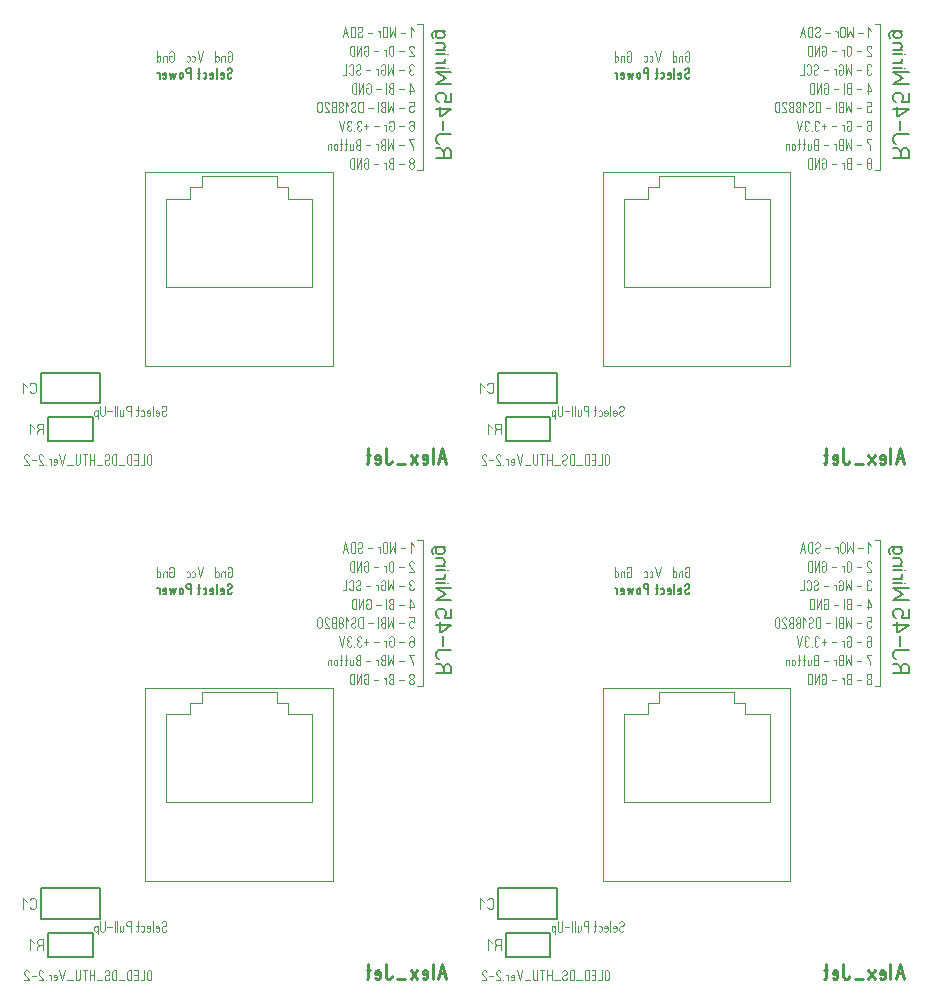
<source format=gbr>
%FSLAX34Y34*%
%MOMM*%
%LNSILK_BOTTOM*%
G71*
G01*
%ADD10C, 0.100*%
%ADD11C, 0.110*%
%ADD12C, 0.170*%
%ADD13C, 0.160*%
%ADD14C, 0.240*%
%ADD15C, 0.150*%
%ADD16C, 0.111*%
%LPD*%
G54D10*
X273037Y-173050D02*
X114237Y-173050D01*
X114237Y-336613D01*
X273037Y-336613D01*
X273037Y-173050D01*
G54D10*
X131750Y-195276D02*
X131750Y-269863D01*
X255474Y-269863D01*
X255474Y-195276D01*
G54D10*
X131750Y-195276D02*
X152387Y-195276D01*
X152387Y-185750D01*
X161912Y-185750D01*
X161912Y-176226D01*
X193662Y-176226D01*
G54D10*
X255412Y-195276D02*
X234774Y-195276D01*
X234774Y-185750D01*
X225250Y-185750D01*
X225250Y-176226D01*
X193500Y-176226D01*
G54D11*
X341287Y-53195D02*
X339065Y-49862D01*
X339065Y-58750D01*
G54D11*
X334187Y-54862D02*
X330631Y-54862D01*
G54D11*
X325687Y-49862D02*
X325687Y-58750D01*
X323465Y-53195D01*
X321243Y-58750D01*
X321243Y-49862D01*
G54D11*
X315331Y-51528D02*
X315331Y-57084D01*
X315776Y-58195D01*
X316665Y-58750D01*
X317554Y-58750D01*
X318443Y-58195D01*
X318887Y-57084D01*
X318887Y-51528D01*
X318443Y-50417D01*
X317554Y-49862D01*
X316665Y-49862D01*
X315776Y-50417D01*
X315331Y-51528D01*
G54D11*
X312887Y-58750D02*
X312887Y-53750D01*
G54D11*
X312887Y-54862D02*
X311998Y-53750D01*
X311109Y-53750D01*
G54D11*
X306187Y-54862D02*
X302631Y-54862D01*
G54D11*
X297687Y-57084D02*
X297243Y-58195D01*
X296354Y-58750D01*
X295465Y-58750D01*
X294576Y-58195D01*
X294131Y-57084D01*
X294131Y-55973D01*
X294576Y-54862D01*
X295465Y-54306D01*
X296354Y-54306D01*
X297243Y-53750D01*
X297687Y-52639D01*
X297687Y-51528D01*
X297243Y-50417D01*
X296354Y-49862D01*
X295465Y-49862D01*
X294576Y-50417D01*
X294131Y-51528D01*
G54D11*
X291687Y-58750D02*
X291687Y-49862D01*
X289465Y-49862D01*
X288576Y-50417D01*
X288131Y-51528D01*
X288131Y-57084D01*
X288576Y-58195D01*
X289465Y-58750D01*
X291687Y-58750D01*
G54D11*
X285687Y-58750D02*
X283465Y-49862D01*
X281243Y-58750D01*
G54D11*
X284798Y-55417D02*
X282131Y-55417D01*
G54D11*
X337731Y-74626D02*
X341287Y-74626D01*
X341287Y-74070D01*
X340843Y-72959D01*
X338176Y-69626D01*
X337731Y-68514D01*
X337731Y-67403D01*
X338176Y-66292D01*
X339065Y-65737D01*
X339954Y-65737D01*
X340843Y-66292D01*
X341287Y-67403D01*
G54D11*
X332787Y-70737D02*
X329231Y-70737D01*
G54D11*
X320731Y-67403D02*
X320731Y-72959D01*
X321176Y-74070D01*
X322065Y-74626D01*
X322954Y-74626D01*
X323843Y-74070D01*
X324287Y-72959D01*
X324287Y-67403D01*
X323843Y-66292D01*
X322954Y-65737D01*
X322065Y-65737D01*
X321176Y-66292D01*
X320731Y-67403D01*
G54D11*
X318287Y-74626D02*
X318287Y-69626D01*
G54D11*
X318287Y-70737D02*
X317398Y-69626D01*
X316509Y-69626D01*
G54D11*
X311587Y-70737D02*
X308031Y-70737D01*
G54D11*
X301309Y-70181D02*
X299531Y-70181D01*
X299531Y-72959D01*
X299976Y-74070D01*
X300865Y-74626D01*
X301754Y-74626D01*
X302643Y-74070D01*
X303087Y-72959D01*
X303087Y-67403D01*
X302643Y-66292D01*
X301754Y-65737D01*
X300865Y-65737D01*
X299976Y-66292D01*
X299531Y-67403D01*
G54D11*
X297087Y-74626D02*
X297087Y-65737D01*
X293531Y-74626D01*
X293531Y-65737D01*
G54D11*
X291087Y-74626D02*
X291087Y-65737D01*
X288865Y-65737D01*
X287976Y-66292D01*
X287531Y-67403D01*
X287531Y-72959D01*
X287976Y-74070D01*
X288865Y-74626D01*
X291087Y-74626D01*
G54D11*
X341287Y-83278D02*
X340843Y-82167D01*
X339954Y-81612D01*
X339065Y-81612D01*
X338176Y-82167D01*
X337731Y-83278D01*
X337731Y-84389D01*
X338176Y-85500D01*
X339065Y-86056D01*
X338176Y-86612D01*
X337731Y-87723D01*
X337731Y-88834D01*
X338176Y-89945D01*
X339065Y-90500D01*
X339954Y-90500D01*
X340843Y-89945D01*
X341287Y-88834D01*
G54D11*
X332787Y-86612D02*
X329231Y-86612D01*
G54D11*
X324287Y-81612D02*
X324287Y-90500D01*
X322065Y-84945D01*
X319843Y-90500D01*
X319843Y-81612D01*
G54D11*
X315709Y-86056D02*
X313931Y-86056D01*
X313931Y-88834D01*
X314376Y-89945D01*
X315265Y-90500D01*
X316154Y-90500D01*
X317043Y-89945D01*
X317487Y-88834D01*
X317487Y-83278D01*
X317043Y-82167D01*
X316154Y-81612D01*
X315265Y-81612D01*
X314376Y-82167D01*
X313931Y-83278D01*
G54D11*
X311487Y-90500D02*
X311487Y-85500D01*
G54D11*
X311487Y-86612D02*
X310598Y-85500D01*
X309709Y-85500D01*
G54D11*
X304787Y-86612D02*
X301231Y-86612D01*
G54D11*
X296287Y-88834D02*
X295843Y-89945D01*
X294954Y-90500D01*
X294065Y-90500D01*
X293176Y-89945D01*
X292731Y-88834D01*
X292731Y-87723D01*
X293176Y-86612D01*
X294065Y-86056D01*
X294954Y-86056D01*
X295843Y-85500D01*
X296287Y-84389D01*
X296287Y-83278D01*
X295843Y-82167D01*
X294954Y-81612D01*
X294065Y-81612D01*
X293176Y-82167D01*
X292731Y-83278D01*
G54D11*
X286731Y-88834D02*
X287176Y-89945D01*
X288065Y-90500D01*
X288954Y-90500D01*
X289843Y-89945D01*
X290287Y-88834D01*
X290287Y-83278D01*
X289843Y-82167D01*
X288954Y-81612D01*
X288065Y-81612D01*
X287176Y-82167D01*
X286731Y-83278D01*
G54D11*
X284287Y-81612D02*
X284287Y-90500D01*
X281176Y-90500D01*
G54D11*
X338620Y-106376D02*
X338620Y-97487D01*
X341287Y-103042D01*
X341287Y-104153D01*
X337731Y-104153D01*
G54D11*
X332787Y-102487D02*
X329231Y-102487D01*
G54D11*
X324287Y-106376D02*
X324287Y-97487D01*
X322065Y-97487D01*
X321176Y-98042D01*
X320731Y-99153D01*
X320731Y-100264D01*
X321176Y-101376D01*
X322065Y-101931D01*
X321176Y-102487D01*
X320731Y-103598D01*
X320731Y-104709D01*
X321176Y-105820D01*
X322065Y-106376D01*
X324287Y-106376D01*
G54D11*
X324287Y-101931D02*
X322065Y-101931D01*
G54D11*
X318287Y-106376D02*
X318287Y-97487D01*
G54D11*
X313387Y-102487D02*
X309831Y-102487D01*
G54D11*
X303109Y-101931D02*
X301331Y-101931D01*
X301331Y-104709D01*
X301776Y-105820D01*
X302665Y-106376D01*
X303554Y-106376D01*
X304443Y-105820D01*
X304887Y-104709D01*
X304887Y-99153D01*
X304443Y-98042D01*
X303554Y-97487D01*
X302665Y-97487D01*
X301776Y-98042D01*
X301331Y-99153D01*
G54D11*
X298887Y-106376D02*
X298887Y-97487D01*
X295331Y-106376D01*
X295331Y-97487D01*
G54D11*
X292887Y-106376D02*
X292887Y-97487D01*
X290665Y-97487D01*
X289776Y-98042D01*
X289331Y-99153D01*
X289331Y-104709D01*
X289776Y-105820D01*
X290665Y-106376D01*
X292887Y-106376D01*
G54D11*
X337731Y-113362D02*
X341287Y-113362D01*
X341287Y-117250D01*
X340843Y-117250D01*
X339954Y-116695D01*
X339065Y-116695D01*
X338176Y-117250D01*
X337731Y-118362D01*
X337731Y-120584D01*
X338176Y-121695D01*
X339065Y-122250D01*
X339954Y-122250D01*
X340843Y-121695D01*
X341287Y-120584D01*
G54D11*
X332787Y-118362D02*
X329231Y-118362D01*
G54D11*
X324287Y-113362D02*
X324287Y-122250D01*
X322065Y-116695D01*
X319843Y-122250D01*
X319843Y-113362D01*
G54D11*
X317487Y-122250D02*
X317487Y-113362D01*
X315265Y-113362D01*
X314376Y-113917D01*
X313931Y-115028D01*
X313931Y-116139D01*
X314376Y-117250D01*
X315265Y-117806D01*
X314376Y-118362D01*
X313931Y-119473D01*
X313931Y-120584D01*
X314376Y-121695D01*
X315265Y-122250D01*
X317487Y-122250D01*
G54D11*
X317487Y-117806D02*
X315265Y-117806D01*
G54D11*
X311487Y-122250D02*
X311487Y-113362D01*
G54D11*
X306587Y-118362D02*
X303031Y-118362D01*
G54D11*
X298087Y-122250D02*
X298087Y-113362D01*
X295865Y-113362D01*
X294976Y-113917D01*
X294531Y-115028D01*
X294531Y-120584D01*
X294976Y-121695D01*
X295865Y-122250D01*
X298087Y-122250D01*
G54D11*
X292087Y-120584D02*
X291643Y-121695D01*
X290754Y-122250D01*
X289865Y-122250D01*
X288976Y-121695D01*
X288531Y-120584D01*
X288531Y-119473D01*
X288976Y-118362D01*
X289865Y-117806D01*
X290754Y-117806D01*
X291643Y-117250D01*
X292087Y-116139D01*
X292087Y-115028D01*
X291643Y-113917D01*
X290754Y-113362D01*
X289865Y-113362D01*
X288976Y-113917D01*
X288531Y-115028D01*
G54D11*
X286087Y-116695D02*
X283865Y-113362D01*
X283865Y-122250D01*
G54D11*
X279265Y-117806D02*
X280154Y-117806D01*
X281043Y-117250D01*
X281487Y-116139D01*
X281487Y-115028D01*
X281043Y-113917D01*
X280154Y-113362D01*
X279265Y-113362D01*
X278376Y-113917D01*
X277931Y-115028D01*
X277931Y-116139D01*
X278376Y-117250D01*
X279265Y-117806D01*
X278376Y-118362D01*
X277931Y-119473D01*
X277931Y-120584D01*
X278376Y-121695D01*
X279265Y-122250D01*
X280154Y-122250D01*
X281043Y-121695D01*
X281487Y-120584D01*
X281487Y-119473D01*
X281043Y-118362D01*
X280154Y-117806D01*
G54D11*
X275487Y-122250D02*
X275487Y-113362D01*
X273265Y-113362D01*
X272376Y-113917D01*
X271931Y-115028D01*
X271931Y-116139D01*
X272376Y-117250D01*
X273265Y-117806D01*
X272376Y-118362D01*
X271931Y-119473D01*
X271931Y-120584D01*
X272376Y-121695D01*
X273265Y-122250D01*
X275487Y-122250D01*
G54D11*
X275487Y-117806D02*
X273265Y-117806D01*
G54D11*
X265931Y-122250D02*
X269487Y-122250D01*
X269487Y-121695D01*
X269043Y-120584D01*
X266376Y-117250D01*
X265931Y-116139D01*
X265931Y-115028D01*
X266376Y-113917D01*
X267265Y-113362D01*
X268154Y-113362D01*
X269043Y-113917D01*
X269487Y-115028D01*
G54D11*
X259931Y-115028D02*
X259931Y-120584D01*
X260376Y-121695D01*
X261265Y-122250D01*
X262154Y-122250D01*
X263043Y-121695D01*
X263487Y-120584D01*
X263487Y-115028D01*
X263043Y-113917D01*
X262154Y-113362D01*
X261265Y-113362D01*
X260376Y-113917D01*
X259931Y-115028D01*
G54D11*
X337756Y-130891D02*
X338201Y-129780D01*
X339090Y-129224D01*
X339979Y-129224D01*
X340868Y-129780D01*
X341312Y-130891D01*
X341312Y-133669D01*
X341312Y-134224D01*
X339979Y-133113D01*
X339090Y-133113D01*
X338201Y-133669D01*
X337756Y-134780D01*
X337756Y-136446D01*
X338201Y-137558D01*
X339090Y-138113D01*
X339979Y-138113D01*
X340868Y-137558D01*
X341312Y-136446D01*
X341312Y-133669D01*
G54D11*
X332812Y-134224D02*
X329256Y-134224D01*
G54D11*
X322534Y-133669D02*
X320756Y-133669D01*
X320756Y-136446D01*
X321201Y-137558D01*
X322090Y-138113D01*
X322979Y-138113D01*
X323868Y-137558D01*
X324312Y-136446D01*
X324312Y-130891D01*
X323868Y-129780D01*
X322979Y-129224D01*
X322090Y-129224D01*
X321201Y-129780D01*
X320756Y-130891D01*
G54D11*
X318312Y-138113D02*
X318312Y-133113D01*
G54D11*
X318312Y-134224D02*
X317423Y-133113D01*
X316534Y-133113D01*
G54D11*
X311612Y-134224D02*
X308056Y-134224D01*
G54D11*
X303112Y-134224D02*
X299556Y-134224D01*
G54D11*
X301334Y-132002D02*
X301334Y-136446D01*
G54D11*
X297112Y-130891D02*
X296668Y-129780D01*
X295779Y-129224D01*
X294890Y-129224D01*
X294001Y-129780D01*
X293556Y-130891D01*
X293556Y-132002D01*
X294001Y-133113D01*
X294890Y-133669D01*
X294001Y-134224D01*
X293556Y-135335D01*
X293556Y-136446D01*
X294001Y-137558D01*
X294890Y-138113D01*
X295779Y-138113D01*
X296668Y-137558D01*
X297112Y-136446D01*
G54D11*
X291112Y-138113D02*
X291112Y-138113D01*
G54D11*
X288712Y-130891D02*
X288268Y-129780D01*
X287379Y-129224D01*
X286490Y-129224D01*
X285601Y-129780D01*
X285156Y-130891D01*
X285156Y-132002D01*
X285601Y-133113D01*
X286490Y-133669D01*
X285601Y-134224D01*
X285156Y-135335D01*
X285156Y-136446D01*
X285601Y-137558D01*
X286490Y-138113D01*
X287379Y-138113D01*
X288268Y-137558D01*
X288712Y-136446D01*
G54D11*
X282712Y-129224D02*
X280490Y-138113D01*
X278268Y-129224D01*
G54D11*
X341287Y-145112D02*
X337731Y-145112D01*
X338176Y-146223D01*
X339065Y-147889D01*
X339954Y-150112D01*
X340398Y-151778D01*
X340398Y-154000D01*
G54D11*
X332787Y-150112D02*
X329231Y-150112D01*
G54D11*
X324287Y-145112D02*
X324287Y-154000D01*
X322065Y-148445D01*
X319843Y-154000D01*
X319843Y-145112D01*
G54D11*
X317487Y-154000D02*
X317487Y-145112D01*
X315265Y-145112D01*
X314376Y-145667D01*
X313931Y-146778D01*
X313931Y-147889D01*
X314376Y-149000D01*
X315265Y-149556D01*
X314376Y-150112D01*
X313931Y-151223D01*
X313931Y-152334D01*
X314376Y-153445D01*
X315265Y-154000D01*
X317487Y-154000D01*
G54D11*
X317487Y-149556D02*
X315265Y-149556D01*
G54D11*
X311487Y-154000D02*
X311487Y-149000D01*
G54D11*
X311487Y-150112D02*
X310598Y-149000D01*
X309709Y-149000D01*
G54D11*
X304787Y-150112D02*
X301231Y-150112D01*
G54D11*
X296287Y-154000D02*
X296287Y-145112D01*
X294065Y-145112D01*
X293176Y-145667D01*
X292731Y-146778D01*
X292731Y-147889D01*
X293176Y-149000D01*
X294065Y-149556D01*
X293176Y-150112D01*
X292731Y-151223D01*
X292731Y-152334D01*
X293176Y-153445D01*
X294065Y-154000D01*
X296287Y-154000D01*
G54D11*
X296287Y-149556D02*
X294065Y-149556D01*
G54D11*
X287620Y-149000D02*
X287620Y-154000D01*
G54D11*
X287620Y-152889D02*
X288065Y-153778D01*
X288954Y-154000D01*
X289843Y-153778D01*
X290287Y-152889D01*
X290287Y-149000D01*
G54D11*
X284298Y-145112D02*
X284298Y-153445D01*
X283854Y-154000D01*
X283409Y-153778D01*
G54D11*
X285187Y-149000D02*
X283409Y-149000D01*
G54D11*
X280098Y-145112D02*
X280098Y-153445D01*
X279654Y-154000D01*
X279209Y-153778D01*
G54D11*
X280987Y-149000D02*
X279209Y-149000D01*
G54D11*
X274120Y-152667D02*
X274120Y-150445D01*
X274565Y-149334D01*
X275454Y-149000D01*
X276343Y-149334D01*
X276787Y-150445D01*
X276787Y-152667D01*
X276343Y-153778D01*
X275454Y-154000D01*
X274565Y-153778D01*
X274120Y-152667D01*
G54D11*
X271687Y-154000D02*
X271687Y-149000D01*
G54D11*
X271687Y-150112D02*
X271243Y-149334D01*
X270354Y-149000D01*
X269465Y-149334D01*
X269020Y-150112D01*
X269020Y-154000D01*
G54D11*
X339065Y-165431D02*
X339954Y-165431D01*
X340843Y-164876D01*
X341287Y-163764D01*
X341287Y-162653D01*
X340843Y-161542D01*
X339954Y-160987D01*
X339065Y-160987D01*
X338176Y-161542D01*
X337731Y-162653D01*
X337731Y-163764D01*
X338176Y-164876D01*
X339065Y-165431D01*
X338176Y-165987D01*
X337731Y-167098D01*
X337731Y-168209D01*
X338176Y-169320D01*
X339065Y-169876D01*
X339954Y-169876D01*
X340843Y-169320D01*
X341287Y-168209D01*
X341287Y-167098D01*
X340843Y-165987D01*
X339954Y-165431D01*
G54D11*
X332787Y-165987D02*
X329231Y-165987D01*
G54D11*
X324287Y-169876D02*
X324287Y-160987D01*
X322065Y-160987D01*
X321176Y-161542D01*
X320731Y-162653D01*
X320731Y-163764D01*
X321176Y-164876D01*
X322065Y-165431D01*
X321176Y-165987D01*
X320731Y-167098D01*
X320731Y-168209D01*
X321176Y-169320D01*
X322065Y-169876D01*
X324287Y-169876D01*
G54D11*
X324287Y-165431D02*
X322065Y-165431D01*
G54D11*
X318287Y-169876D02*
X318287Y-164876D01*
G54D11*
X318287Y-165987D02*
X317398Y-164876D01*
X316509Y-164876D01*
G54D11*
X311587Y-165987D02*
X308031Y-165987D01*
G54D11*
X301309Y-165431D02*
X299531Y-165431D01*
X299531Y-168209D01*
X299976Y-169320D01*
X300865Y-169876D01*
X301754Y-169876D01*
X302643Y-169320D01*
X303087Y-168209D01*
X303087Y-162653D01*
X302643Y-161542D01*
X301754Y-160987D01*
X300865Y-160987D01*
X299976Y-161542D01*
X299531Y-162653D01*
G54D11*
X297087Y-169876D02*
X297087Y-160987D01*
X293531Y-169876D01*
X293531Y-160987D01*
G54D11*
X291087Y-169876D02*
X291087Y-160987D01*
X288865Y-160987D01*
X287976Y-161542D01*
X287531Y-162653D01*
X287531Y-168209D01*
X287976Y-169320D01*
X288865Y-169876D01*
X291087Y-169876D01*
G54D10*
X344450Y-47626D02*
X349212Y-47626D01*
X349212Y-171450D01*
X344450Y-171450D01*
G54D12*
X366679Y-156626D02*
X365012Y-153626D01*
X363345Y-152626D01*
X360012Y-152626D01*
G54D12*
X360012Y-160626D02*
X373345Y-160626D01*
X373345Y-155626D01*
X372512Y-153626D01*
X370845Y-152626D01*
X369179Y-152626D01*
X367512Y-153626D01*
X366679Y-155626D01*
X366679Y-160626D01*
G54D12*
X373345Y-140926D02*
X362512Y-140926D01*
X360845Y-141926D01*
X360012Y-143926D01*
X360012Y-145926D01*
X360845Y-147926D01*
X362512Y-148926D01*
G54D12*
X365845Y-137226D02*
X365845Y-129226D01*
G54D12*
X360012Y-119526D02*
X373345Y-119526D01*
X365012Y-125526D01*
X363345Y-125526D01*
X363345Y-117526D01*
G54D12*
X373345Y-105826D02*
X373345Y-113826D01*
X367512Y-113826D01*
X367512Y-112826D01*
X368345Y-110826D01*
X368345Y-108826D01*
X367512Y-106826D01*
X365845Y-105826D01*
X362512Y-105826D01*
X360845Y-106826D01*
X360012Y-108826D01*
X360012Y-110826D01*
X360845Y-112826D01*
X362512Y-113826D01*
G54D12*
X373345Y-98226D02*
X360012Y-98226D01*
X368345Y-93226D01*
X360012Y-88226D01*
X373345Y-88226D01*
G54D12*
X360012Y-84526D02*
X367512Y-84526D01*
G54D12*
X370012Y-84526D02*
X370012Y-84526D01*
G54D12*
X360012Y-80826D02*
X367512Y-80826D01*
G54D12*
X365845Y-80826D02*
X367512Y-78826D01*
X367512Y-76826D01*
G54D12*
X360012Y-73126D02*
X367512Y-73126D01*
G54D12*
X370012Y-73126D02*
X370012Y-73126D01*
G54D12*
X360012Y-69426D02*
X367512Y-69426D01*
G54D12*
X365845Y-69426D02*
X367012Y-68426D01*
X367512Y-66426D01*
X367012Y-64426D01*
X365845Y-63426D01*
X360012Y-63426D01*
G54D12*
X357512Y-59726D02*
X356679Y-57726D01*
X356679Y-56326D01*
X357512Y-54326D01*
X359179Y-53726D01*
X367512Y-53726D01*
G54D12*
X365345Y-53726D02*
X367012Y-54726D01*
X367512Y-56726D01*
X367012Y-58726D01*
X365345Y-59726D01*
X362012Y-59726D01*
X360345Y-58726D01*
X360012Y-56726D01*
X360345Y-54726D01*
X362012Y-53726D01*
G54D13*
X187324Y-91996D02*
X186880Y-93107D01*
X185991Y-93663D01*
X185102Y-93663D01*
X184213Y-93107D01*
X183769Y-91996D01*
X183769Y-90885D01*
X184213Y-89774D01*
X185102Y-89219D01*
X185991Y-89219D01*
X186880Y-88663D01*
X187324Y-87552D01*
X187324Y-86441D01*
X186880Y-85330D01*
X185991Y-84774D01*
X185102Y-84774D01*
X184213Y-85330D01*
X183769Y-86441D01*
G54D13*
X177958Y-93107D02*
X178669Y-93663D01*
X179558Y-93663D01*
X180447Y-93107D01*
X180624Y-91996D01*
X180624Y-90107D01*
X180180Y-88996D01*
X179291Y-88663D01*
X178402Y-88996D01*
X177958Y-89774D01*
X177958Y-90885D01*
X180624Y-90885D01*
G54D13*
X174824Y-93663D02*
X174824Y-84774D01*
G54D13*
X169058Y-93107D02*
X169769Y-93663D01*
X170658Y-93663D01*
X171547Y-93107D01*
X171724Y-91996D01*
X171724Y-90107D01*
X171280Y-88996D01*
X170391Y-88663D01*
X169502Y-88996D01*
X169058Y-89774D01*
X169058Y-90885D01*
X171724Y-90885D01*
G54D13*
X163702Y-88996D02*
X164591Y-88663D01*
X165480Y-88996D01*
X165924Y-90107D01*
X165924Y-92330D01*
X165480Y-93441D01*
X164591Y-93663D01*
X163702Y-93441D01*
G54D13*
X159736Y-84774D02*
X159736Y-93107D01*
X159291Y-93663D01*
X158847Y-93441D01*
G54D13*
X160624Y-88663D02*
X158847Y-88663D01*
G54D13*
X152524Y-93663D02*
X152524Y-84774D01*
X150302Y-84774D01*
X149413Y-85330D01*
X148969Y-86441D01*
X148969Y-87552D01*
X149413Y-88663D01*
X150302Y-89219D01*
X152524Y-89219D01*
G54D13*
X143158Y-92330D02*
X143158Y-90107D01*
X143602Y-88996D01*
X144491Y-88663D01*
X145380Y-88996D01*
X145824Y-90107D01*
X145824Y-92330D01*
X145380Y-93441D01*
X144491Y-93663D01*
X143602Y-93441D01*
X143158Y-92330D01*
G54D13*
X140024Y-88663D02*
X138691Y-93663D01*
X137358Y-88663D01*
X136024Y-93663D01*
X135136Y-88663D01*
G54D13*
X129358Y-93107D02*
X130069Y-93663D01*
X130958Y-93663D01*
X131847Y-93107D01*
X132024Y-91996D01*
X132024Y-90107D01*
X131580Y-88996D01*
X130691Y-88663D01*
X129802Y-88996D01*
X129358Y-89774D01*
X129358Y-90885D01*
X132024Y-90885D01*
G54D13*
X126224Y-93663D02*
X126224Y-88663D01*
G54D13*
X126224Y-89774D02*
X125336Y-88663D01*
X124447Y-88663D01*
G54D11*
X163012Y-70487D02*
X160790Y-79376D01*
X158568Y-70487D01*
G54D11*
X153990Y-74709D02*
X154879Y-74376D01*
X155768Y-74709D01*
X156212Y-75820D01*
X156212Y-78042D01*
X155768Y-79153D01*
X154879Y-79376D01*
X153990Y-79153D01*
G54D11*
X149390Y-74709D02*
X150279Y-74376D01*
X151168Y-74709D01*
X151612Y-75820D01*
X151612Y-78042D01*
X151168Y-79153D01*
X150279Y-79376D01*
X149390Y-79153D01*
G54D11*
X185547Y-74931D02*
X183769Y-74931D01*
X183769Y-77709D01*
X184213Y-78820D01*
X185102Y-79376D01*
X185991Y-79376D01*
X186880Y-78820D01*
X187324Y-77709D01*
X187324Y-72153D01*
X186880Y-71042D01*
X185991Y-70487D01*
X185102Y-70487D01*
X184213Y-71042D01*
X183769Y-72153D01*
G54D11*
X181324Y-79376D02*
X181324Y-74376D01*
G54D11*
X181324Y-75487D02*
X180880Y-74709D01*
X179991Y-74376D01*
X179102Y-74709D01*
X178658Y-75487D01*
X178658Y-79376D01*
G54D11*
X173558Y-79376D02*
X173558Y-70487D01*
G54D11*
X173558Y-75820D02*
X174002Y-74709D01*
X174891Y-74376D01*
X175780Y-74709D01*
X176224Y-75820D01*
X176224Y-78042D01*
X175780Y-79153D01*
X174891Y-79376D01*
X174002Y-79153D01*
X173558Y-78042D01*
G54D11*
X136334Y-74931D02*
X134556Y-74931D01*
X134556Y-77709D01*
X135001Y-78820D01*
X135890Y-79376D01*
X136779Y-79376D01*
X137668Y-78820D01*
X138112Y-77709D01*
X138112Y-72153D01*
X137668Y-71042D01*
X136779Y-70487D01*
X135890Y-70487D01*
X135001Y-71042D01*
X134556Y-72153D01*
G54D11*
X132112Y-79376D02*
X132112Y-74376D01*
G54D11*
X132112Y-75487D02*
X131668Y-74709D01*
X130779Y-74376D01*
X129890Y-74709D01*
X129445Y-75487D01*
X129445Y-79376D01*
G54D11*
X124345Y-79376D02*
X124345Y-70487D01*
G54D11*
X124345Y-75820D02*
X124790Y-74709D01*
X125679Y-74376D01*
X126568Y-74709D01*
X127012Y-75820D01*
X127012Y-78042D01*
X126568Y-79153D01*
X125679Y-79376D01*
X124790Y-79153D01*
X124345Y-78042D01*
G54D11*
X115756Y-413428D02*
X115756Y-418984D01*
X116201Y-420095D01*
X117090Y-420650D01*
X117979Y-420650D01*
X118868Y-420095D01*
X119312Y-418984D01*
X119312Y-413428D01*
X118868Y-412317D01*
X117979Y-411762D01*
X117090Y-411762D01*
X116201Y-412317D01*
X115756Y-413428D01*
G54D11*
X113312Y-411762D02*
X113312Y-420650D01*
X110201Y-420650D01*
G54D11*
X104701Y-420650D02*
X107812Y-420650D01*
X107812Y-411762D01*
X104701Y-411762D01*
G54D11*
X107812Y-416206D02*
X104701Y-416206D01*
G54D11*
X102312Y-420650D02*
X102312Y-411762D01*
X100090Y-411762D01*
X99201Y-412317D01*
X98756Y-413428D01*
X98756Y-418984D01*
X99201Y-420095D01*
X100090Y-420650D01*
X102312Y-420650D01*
G54D11*
X96312Y-420650D02*
X91868Y-420650D01*
G54D11*
X89512Y-420650D02*
X89512Y-411762D01*
X87290Y-411762D01*
X86401Y-412317D01*
X85956Y-413428D01*
X85956Y-418984D01*
X86401Y-420095D01*
X87290Y-420650D01*
X89512Y-420650D01*
G54D11*
X83512Y-418984D02*
X83068Y-420095D01*
X82179Y-420650D01*
X81290Y-420650D01*
X80401Y-420095D01*
X79956Y-418984D01*
X79956Y-417873D01*
X80401Y-416762D01*
X81290Y-416206D01*
X82179Y-416206D01*
X83068Y-415650D01*
X83512Y-414539D01*
X83512Y-413428D01*
X83068Y-412317D01*
X82179Y-411762D01*
X81290Y-411762D01*
X80401Y-412317D01*
X79956Y-413428D01*
G54D11*
X77512Y-420650D02*
X73068Y-420650D01*
G54D11*
X70712Y-420650D02*
X70712Y-411762D01*
G54D11*
X67156Y-420650D02*
X67156Y-411762D01*
G54D11*
X70712Y-416206D02*
X67156Y-416206D01*
G54D11*
X62934Y-420650D02*
X62934Y-411762D01*
G54D11*
X64712Y-411762D02*
X61156Y-411762D01*
G54D11*
X58712Y-411762D02*
X58712Y-418984D01*
X58268Y-420095D01*
X57379Y-420650D01*
X56490Y-420650D01*
X55601Y-420095D01*
X55156Y-418984D01*
X55156Y-411762D01*
G54D11*
X52712Y-420650D02*
X48268Y-420650D01*
G54D11*
X45912Y-411762D02*
X43690Y-420650D01*
X41468Y-411762D01*
G54D11*
X36445Y-420095D02*
X37156Y-420650D01*
X38045Y-420650D01*
X38934Y-420095D01*
X39112Y-418984D01*
X39112Y-417095D01*
X38668Y-415984D01*
X37779Y-415650D01*
X36890Y-415984D01*
X36445Y-416762D01*
X36445Y-417873D01*
X39112Y-417873D01*
G54D11*
X34012Y-420650D02*
X34012Y-415650D01*
G54D11*
X34012Y-416762D02*
X33123Y-415650D01*
X32234Y-415650D01*
G54D11*
X29812Y-420650D02*
X29812Y-420650D01*
G54D11*
X23856Y-420650D02*
X27412Y-420650D01*
X27412Y-420095D01*
X26968Y-418984D01*
X24301Y-415650D01*
X23856Y-414539D01*
X23856Y-413428D01*
X24301Y-412317D01*
X25190Y-411762D01*
X26079Y-411762D01*
X26968Y-412317D01*
X27412Y-413428D01*
G54D11*
X21412Y-416762D02*
X17856Y-416762D01*
G54D11*
X11856Y-420650D02*
X15412Y-420650D01*
X15412Y-420095D01*
X14968Y-418984D01*
X12301Y-415650D01*
X11856Y-414539D01*
X11856Y-413428D01*
X12301Y-412317D01*
X13190Y-411762D01*
X14079Y-411762D01*
X14968Y-412317D01*
X15412Y-413428D01*
G54D14*
X369050Y-419676D02*
X365716Y-406342D01*
X362383Y-419676D01*
G54D14*
X367716Y-414676D02*
X363716Y-414676D01*
G54D14*
X357650Y-419676D02*
X357650Y-406342D01*
G54D14*
X348950Y-418842D02*
X350016Y-419676D01*
X351350Y-419676D01*
X352683Y-418842D01*
X352950Y-417176D01*
X352950Y-414342D01*
X352283Y-412676D01*
X350950Y-412176D01*
X349616Y-412676D01*
X348950Y-413842D01*
X348950Y-415509D01*
X352950Y-415509D01*
G54D14*
X344250Y-412176D02*
X338916Y-419676D01*
G54D14*
X344250Y-419676D02*
X338916Y-412176D01*
G54D14*
X334250Y-419676D02*
X327583Y-419676D01*
G54D14*
X317516Y-406342D02*
X317516Y-417176D01*
X318183Y-418842D01*
X319516Y-419676D01*
X320850Y-419676D01*
X322183Y-418842D01*
X322850Y-417176D01*
G54D14*
X308850Y-418842D02*
X309916Y-419676D01*
X311250Y-419676D01*
X312583Y-418842D01*
X312850Y-417176D01*
X312850Y-414342D01*
X312183Y-412676D01*
X310850Y-412176D01*
X309516Y-412676D01*
X308850Y-413842D01*
X308850Y-415509D01*
X312850Y-415509D01*
G54D14*
X302816Y-406342D02*
X302816Y-418842D01*
X302150Y-419676D01*
X301483Y-419342D01*
G54D14*
X304150Y-412176D02*
X301483Y-412176D01*
G54D15*
X25512Y-368600D02*
X25512Y-342600D01*
X75512Y-342600D01*
X75512Y-368600D01*
X25512Y-368600D01*
G54D16*
X16254Y-358283D02*
X16921Y-359394D01*
X18254Y-359950D01*
X19588Y-359950D01*
X20921Y-359394D01*
X21588Y-358283D01*
X21588Y-352728D01*
X20921Y-351617D01*
X19588Y-351061D01*
X18254Y-351061D01*
X16921Y-351617D01*
X16254Y-352728D01*
G54D16*
X13810Y-354394D02*
X10477Y-351061D01*
X10477Y-359950D01*
G54D15*
X31775Y-400525D02*
X31775Y-380525D01*
X69775Y-380525D01*
X69775Y-400525D01*
X31775Y-400525D01*
G54D16*
X25184Y-390256D02*
X23184Y-391367D01*
X22517Y-392478D01*
X22517Y-394700D01*
G54D16*
X27850Y-394700D02*
X27850Y-385812D01*
X24517Y-385812D01*
X23184Y-386367D01*
X22517Y-387478D01*
X22517Y-388589D01*
X23184Y-389700D01*
X24517Y-390256D01*
X27850Y-390256D01*
G54D16*
X20074Y-389145D02*
X16740Y-385812D01*
X16740Y-394700D01*
G54D16*
X131762Y-377746D02*
X131318Y-378857D01*
X130429Y-379412D01*
X129540Y-379412D01*
X128651Y-378857D01*
X128207Y-377746D01*
X128207Y-376635D01*
X128651Y-375524D01*
X129540Y-374968D01*
X130429Y-374968D01*
X131318Y-374412D01*
X131762Y-373301D01*
X131762Y-372190D01*
X131318Y-371079D01*
X130429Y-370524D01*
X129540Y-370524D01*
X128651Y-371079D01*
X128207Y-372190D01*
G54D16*
X123096Y-378857D02*
X123807Y-379412D01*
X124696Y-379412D01*
X125585Y-378857D01*
X125762Y-377746D01*
X125762Y-375857D01*
X125318Y-374746D01*
X124429Y-374412D01*
X123540Y-374746D01*
X123096Y-375524D01*
X123096Y-376635D01*
X125762Y-376635D01*
G54D16*
X120652Y-379412D02*
X120652Y-370524D01*
G54D16*
X115541Y-378857D02*
X116252Y-379412D01*
X117141Y-379412D01*
X118030Y-378857D01*
X118208Y-377746D01*
X118208Y-375857D01*
X117763Y-374746D01*
X116874Y-374412D01*
X115985Y-374746D01*
X115541Y-375524D01*
X115541Y-376635D01*
X118208Y-376635D01*
G54D16*
X110874Y-374746D02*
X111763Y-374412D01*
X112652Y-374746D01*
X113096Y-375857D01*
X113096Y-378079D01*
X112652Y-379190D01*
X111763Y-379412D01*
X110874Y-379190D01*
G54D16*
X107542Y-370524D02*
X107542Y-378857D01*
X107097Y-379412D01*
X106653Y-379190D01*
G54D16*
X108430Y-374412D02*
X106653Y-374412D01*
G54D16*
X101676Y-379412D02*
X101676Y-370524D01*
X99453Y-370524D01*
X98564Y-371079D01*
X98120Y-372190D01*
X98120Y-373301D01*
X98564Y-374412D01*
X99453Y-374968D01*
X101676Y-374968D01*
G54D16*
X93009Y-374412D02*
X93009Y-379412D01*
G54D16*
X93009Y-378301D02*
X93453Y-379190D01*
X94342Y-379412D01*
X95231Y-379190D01*
X95676Y-378301D01*
X95676Y-374412D01*
G54D16*
X90564Y-379412D02*
X90564Y-370524D01*
G54D16*
X88120Y-379412D02*
X88120Y-370524D01*
G54D16*
X85676Y-375524D02*
X82121Y-375524D01*
G54D16*
X79676Y-370524D02*
X79676Y-377746D01*
X79232Y-378857D01*
X78343Y-379412D01*
X77454Y-379412D01*
X76565Y-378857D01*
X76121Y-377746D01*
X76121Y-370524D01*
G54D16*
X73676Y-374412D02*
X73676Y-381635D01*
G54D16*
X73676Y-377746D02*
X73232Y-379190D01*
X72343Y-379412D01*
X71454Y-379190D01*
X71010Y-378079D01*
X71010Y-375857D01*
X71454Y-374746D01*
X72343Y-374412D01*
X73232Y-374746D01*
X73676Y-376079D01*
G54D10*
X660387Y-173050D02*
X501587Y-173050D01*
X501587Y-336613D01*
X660387Y-336613D01*
X660387Y-173050D01*
G54D10*
X519100Y-195276D02*
X519100Y-269863D01*
X642824Y-269863D01*
X642824Y-195276D01*
G54D10*
X519100Y-195276D02*
X539737Y-195276D01*
X539737Y-185750D01*
X549262Y-185750D01*
X549262Y-176226D01*
X581012Y-176226D01*
G54D10*
X642762Y-195276D02*
X622124Y-195276D01*
X622124Y-185750D01*
X612600Y-185750D01*
X612600Y-176226D01*
X580850Y-176226D01*
G54D11*
X728637Y-53195D02*
X726415Y-49862D01*
X726415Y-58750D01*
G54D11*
X721537Y-54862D02*
X717981Y-54862D01*
G54D11*
X713037Y-49862D02*
X713037Y-58750D01*
X710815Y-53195D01*
X708593Y-58750D01*
X708593Y-49862D01*
G54D11*
X702681Y-51528D02*
X702681Y-57084D01*
X703126Y-58195D01*
X704015Y-58750D01*
X704904Y-58750D01*
X705793Y-58195D01*
X706237Y-57084D01*
X706237Y-51528D01*
X705793Y-50417D01*
X704904Y-49862D01*
X704015Y-49862D01*
X703126Y-50417D01*
X702681Y-51528D01*
G54D11*
X700237Y-58750D02*
X700237Y-53750D01*
G54D11*
X700237Y-54862D02*
X699348Y-53750D01*
X698459Y-53750D01*
G54D11*
X693537Y-54862D02*
X689981Y-54862D01*
G54D11*
X685037Y-57084D02*
X684593Y-58195D01*
X683704Y-58750D01*
X682815Y-58750D01*
X681926Y-58195D01*
X681481Y-57084D01*
X681481Y-55973D01*
X681926Y-54862D01*
X682815Y-54306D01*
X683704Y-54306D01*
X684593Y-53750D01*
X685037Y-52639D01*
X685037Y-51528D01*
X684593Y-50417D01*
X683704Y-49862D01*
X682815Y-49862D01*
X681926Y-50417D01*
X681481Y-51528D01*
G54D11*
X679037Y-58750D02*
X679037Y-49862D01*
X676815Y-49862D01*
X675926Y-50417D01*
X675481Y-51528D01*
X675481Y-57084D01*
X675926Y-58195D01*
X676815Y-58750D01*
X679037Y-58750D01*
G54D11*
X673037Y-58750D02*
X670815Y-49862D01*
X668593Y-58750D01*
G54D11*
X672148Y-55417D02*
X669481Y-55417D01*
G54D11*
X725081Y-74626D02*
X728637Y-74626D01*
X728637Y-74070D01*
X728193Y-72959D01*
X725526Y-69626D01*
X725081Y-68514D01*
X725081Y-67403D01*
X725526Y-66292D01*
X726415Y-65737D01*
X727304Y-65737D01*
X728193Y-66292D01*
X728637Y-67403D01*
G54D11*
X720137Y-70737D02*
X716581Y-70737D01*
G54D11*
X708081Y-67403D02*
X708081Y-72959D01*
X708526Y-74070D01*
X709415Y-74626D01*
X710304Y-74626D01*
X711193Y-74070D01*
X711637Y-72959D01*
X711637Y-67403D01*
X711193Y-66292D01*
X710304Y-65737D01*
X709415Y-65737D01*
X708526Y-66292D01*
X708081Y-67403D01*
G54D11*
X705637Y-74626D02*
X705637Y-69626D01*
G54D11*
X705637Y-70737D02*
X704748Y-69626D01*
X703859Y-69626D01*
G54D11*
X698937Y-70737D02*
X695381Y-70737D01*
G54D11*
X688659Y-70181D02*
X686881Y-70181D01*
X686881Y-72959D01*
X687326Y-74070D01*
X688215Y-74626D01*
X689104Y-74626D01*
X689993Y-74070D01*
X690437Y-72959D01*
X690437Y-67403D01*
X689993Y-66292D01*
X689104Y-65737D01*
X688215Y-65737D01*
X687326Y-66292D01*
X686881Y-67403D01*
G54D11*
X684437Y-74626D02*
X684437Y-65737D01*
X680881Y-74626D01*
X680881Y-65737D01*
G54D11*
X678437Y-74626D02*
X678437Y-65737D01*
X676215Y-65737D01*
X675326Y-66292D01*
X674881Y-67403D01*
X674881Y-72959D01*
X675326Y-74070D01*
X676215Y-74626D01*
X678437Y-74626D01*
G54D11*
X728637Y-83278D02*
X728193Y-82167D01*
X727304Y-81612D01*
X726415Y-81612D01*
X725526Y-82167D01*
X725081Y-83278D01*
X725081Y-84389D01*
X725526Y-85500D01*
X726415Y-86056D01*
X725526Y-86612D01*
X725081Y-87723D01*
X725081Y-88834D01*
X725526Y-89945D01*
X726415Y-90500D01*
X727304Y-90500D01*
X728193Y-89945D01*
X728637Y-88834D01*
G54D11*
X720137Y-86612D02*
X716581Y-86612D01*
G54D11*
X711637Y-81612D02*
X711637Y-90500D01*
X709415Y-84945D01*
X707193Y-90500D01*
X707193Y-81612D01*
G54D11*
X703059Y-86056D02*
X701281Y-86056D01*
X701281Y-88834D01*
X701726Y-89945D01*
X702615Y-90500D01*
X703504Y-90500D01*
X704393Y-89945D01*
X704837Y-88834D01*
X704837Y-83278D01*
X704393Y-82167D01*
X703504Y-81612D01*
X702615Y-81612D01*
X701726Y-82167D01*
X701281Y-83278D01*
G54D11*
X698837Y-90500D02*
X698837Y-85500D01*
G54D11*
X698837Y-86612D02*
X697948Y-85500D01*
X697059Y-85500D01*
G54D11*
X692137Y-86612D02*
X688581Y-86612D01*
G54D11*
X683637Y-88834D02*
X683193Y-89945D01*
X682304Y-90500D01*
X681415Y-90500D01*
X680526Y-89945D01*
X680081Y-88834D01*
X680081Y-87723D01*
X680526Y-86612D01*
X681415Y-86056D01*
X682304Y-86056D01*
X683193Y-85500D01*
X683637Y-84389D01*
X683637Y-83278D01*
X683193Y-82167D01*
X682304Y-81612D01*
X681415Y-81612D01*
X680526Y-82167D01*
X680081Y-83278D01*
G54D11*
X674081Y-88834D02*
X674526Y-89945D01*
X675415Y-90500D01*
X676304Y-90500D01*
X677193Y-89945D01*
X677637Y-88834D01*
X677637Y-83278D01*
X677193Y-82167D01*
X676304Y-81612D01*
X675415Y-81612D01*
X674526Y-82167D01*
X674081Y-83278D01*
G54D11*
X671637Y-81612D02*
X671637Y-90500D01*
X668526Y-90500D01*
G54D11*
X725970Y-106376D02*
X725970Y-97487D01*
X728637Y-103042D01*
X728637Y-104153D01*
X725081Y-104153D01*
G54D11*
X720137Y-102487D02*
X716581Y-102487D01*
G54D11*
X711637Y-106376D02*
X711637Y-97487D01*
X709415Y-97487D01*
X708526Y-98042D01*
X708081Y-99153D01*
X708081Y-100264D01*
X708526Y-101376D01*
X709415Y-101931D01*
X708526Y-102487D01*
X708081Y-103598D01*
X708081Y-104709D01*
X708526Y-105820D01*
X709415Y-106376D01*
X711637Y-106376D01*
G54D11*
X711637Y-101931D02*
X709415Y-101931D01*
G54D11*
X705637Y-106376D02*
X705637Y-97487D01*
G54D11*
X700737Y-102487D02*
X697181Y-102487D01*
G54D11*
X690459Y-101931D02*
X688681Y-101931D01*
X688681Y-104709D01*
X689126Y-105820D01*
X690015Y-106376D01*
X690904Y-106376D01*
X691793Y-105820D01*
X692237Y-104709D01*
X692237Y-99153D01*
X691793Y-98042D01*
X690904Y-97487D01*
X690015Y-97487D01*
X689126Y-98042D01*
X688681Y-99153D01*
G54D11*
X686237Y-106376D02*
X686237Y-97487D01*
X682681Y-106376D01*
X682681Y-97487D01*
G54D11*
X680237Y-106376D02*
X680237Y-97487D01*
X678015Y-97487D01*
X677126Y-98042D01*
X676681Y-99153D01*
X676681Y-104709D01*
X677126Y-105820D01*
X678015Y-106376D01*
X680237Y-106376D01*
G54D11*
X725081Y-113362D02*
X728637Y-113362D01*
X728637Y-117250D01*
X728193Y-117250D01*
X727304Y-116695D01*
X726415Y-116695D01*
X725526Y-117250D01*
X725081Y-118362D01*
X725081Y-120584D01*
X725526Y-121695D01*
X726415Y-122250D01*
X727304Y-122250D01*
X728193Y-121695D01*
X728637Y-120584D01*
G54D11*
X720137Y-118362D02*
X716581Y-118362D01*
G54D11*
X711637Y-113362D02*
X711637Y-122250D01*
X709415Y-116695D01*
X707193Y-122250D01*
X707193Y-113362D01*
G54D11*
X704837Y-122250D02*
X704837Y-113362D01*
X702615Y-113362D01*
X701726Y-113917D01*
X701281Y-115028D01*
X701281Y-116139D01*
X701726Y-117250D01*
X702615Y-117806D01*
X701726Y-118362D01*
X701281Y-119473D01*
X701281Y-120584D01*
X701726Y-121695D01*
X702615Y-122250D01*
X704837Y-122250D01*
G54D11*
X704837Y-117806D02*
X702615Y-117806D01*
G54D11*
X698837Y-122250D02*
X698837Y-113362D01*
G54D11*
X693937Y-118362D02*
X690381Y-118362D01*
G54D11*
X685437Y-122250D02*
X685437Y-113362D01*
X683215Y-113362D01*
X682326Y-113917D01*
X681881Y-115028D01*
X681881Y-120584D01*
X682326Y-121695D01*
X683215Y-122250D01*
X685437Y-122250D01*
G54D11*
X679437Y-120584D02*
X678993Y-121695D01*
X678104Y-122250D01*
X677215Y-122250D01*
X676326Y-121695D01*
X675881Y-120584D01*
X675881Y-119473D01*
X676326Y-118362D01*
X677215Y-117806D01*
X678104Y-117806D01*
X678993Y-117250D01*
X679437Y-116139D01*
X679437Y-115028D01*
X678993Y-113917D01*
X678104Y-113362D01*
X677215Y-113362D01*
X676326Y-113917D01*
X675881Y-115028D01*
G54D11*
X673437Y-116695D02*
X671215Y-113362D01*
X671215Y-122250D01*
G54D11*
X666615Y-117806D02*
X667504Y-117806D01*
X668393Y-117250D01*
X668837Y-116139D01*
X668837Y-115028D01*
X668393Y-113917D01*
X667504Y-113362D01*
X666615Y-113362D01*
X665726Y-113917D01*
X665281Y-115028D01*
X665281Y-116139D01*
X665726Y-117250D01*
X666615Y-117806D01*
X665726Y-118362D01*
X665281Y-119473D01*
X665281Y-120584D01*
X665726Y-121695D01*
X666615Y-122250D01*
X667504Y-122250D01*
X668393Y-121695D01*
X668837Y-120584D01*
X668837Y-119473D01*
X668393Y-118362D01*
X667504Y-117806D01*
G54D11*
X662837Y-122250D02*
X662837Y-113362D01*
X660615Y-113362D01*
X659726Y-113917D01*
X659281Y-115028D01*
X659281Y-116139D01*
X659726Y-117250D01*
X660615Y-117806D01*
X659726Y-118362D01*
X659281Y-119473D01*
X659281Y-120584D01*
X659726Y-121695D01*
X660615Y-122250D01*
X662837Y-122250D01*
G54D11*
X662837Y-117806D02*
X660615Y-117806D01*
G54D11*
X653281Y-122250D02*
X656837Y-122250D01*
X656837Y-121695D01*
X656393Y-120584D01*
X653726Y-117250D01*
X653281Y-116139D01*
X653281Y-115028D01*
X653726Y-113917D01*
X654615Y-113362D01*
X655504Y-113362D01*
X656393Y-113917D01*
X656837Y-115028D01*
G54D11*
X647281Y-115028D02*
X647281Y-120584D01*
X647726Y-121695D01*
X648615Y-122250D01*
X649504Y-122250D01*
X650393Y-121695D01*
X650837Y-120584D01*
X650837Y-115028D01*
X650393Y-113917D01*
X649504Y-113362D01*
X648615Y-113362D01*
X647726Y-113917D01*
X647281Y-115028D01*
G54D11*
X725106Y-130891D02*
X725551Y-129780D01*
X726440Y-129224D01*
X727329Y-129224D01*
X728218Y-129780D01*
X728662Y-130891D01*
X728662Y-133669D01*
X728662Y-134224D01*
X727329Y-133113D01*
X726440Y-133113D01*
X725551Y-133669D01*
X725106Y-134780D01*
X725106Y-136446D01*
X725551Y-137558D01*
X726440Y-138113D01*
X727329Y-138113D01*
X728218Y-137558D01*
X728662Y-136446D01*
X728662Y-133669D01*
G54D11*
X720162Y-134224D02*
X716606Y-134224D01*
G54D11*
X709884Y-133669D02*
X708106Y-133669D01*
X708106Y-136446D01*
X708551Y-137558D01*
X709440Y-138113D01*
X710329Y-138113D01*
X711218Y-137558D01*
X711662Y-136446D01*
X711662Y-130891D01*
X711218Y-129780D01*
X710329Y-129224D01*
X709440Y-129224D01*
X708551Y-129780D01*
X708106Y-130891D01*
G54D11*
X705662Y-138113D02*
X705662Y-133113D01*
G54D11*
X705662Y-134224D02*
X704773Y-133113D01*
X703884Y-133113D01*
G54D11*
X698962Y-134224D02*
X695406Y-134224D01*
G54D11*
X690462Y-134224D02*
X686906Y-134224D01*
G54D11*
X688684Y-132002D02*
X688684Y-136446D01*
G54D11*
X684462Y-130891D02*
X684018Y-129780D01*
X683129Y-129224D01*
X682240Y-129224D01*
X681351Y-129780D01*
X680906Y-130891D01*
X680906Y-132002D01*
X681351Y-133113D01*
X682240Y-133669D01*
X681351Y-134224D01*
X680906Y-135335D01*
X680906Y-136446D01*
X681351Y-137558D01*
X682240Y-138113D01*
X683129Y-138113D01*
X684018Y-137558D01*
X684462Y-136446D01*
G54D11*
X678462Y-138113D02*
X678462Y-138113D01*
G54D11*
X676062Y-130891D02*
X675618Y-129780D01*
X674729Y-129224D01*
X673840Y-129224D01*
X672951Y-129780D01*
X672506Y-130891D01*
X672506Y-132002D01*
X672951Y-133113D01*
X673840Y-133669D01*
X672951Y-134224D01*
X672506Y-135335D01*
X672506Y-136446D01*
X672951Y-137558D01*
X673840Y-138113D01*
X674729Y-138113D01*
X675618Y-137558D01*
X676062Y-136446D01*
G54D11*
X670062Y-129224D02*
X667840Y-138113D01*
X665618Y-129224D01*
G54D11*
X728637Y-145112D02*
X725081Y-145112D01*
X725526Y-146223D01*
X726415Y-147889D01*
X727304Y-150112D01*
X727748Y-151778D01*
X727748Y-154000D01*
G54D11*
X720137Y-150112D02*
X716581Y-150112D01*
G54D11*
X711637Y-145112D02*
X711637Y-154000D01*
X709415Y-148445D01*
X707193Y-154000D01*
X707193Y-145112D01*
G54D11*
X704837Y-154000D02*
X704837Y-145112D01*
X702615Y-145112D01*
X701726Y-145667D01*
X701281Y-146778D01*
X701281Y-147889D01*
X701726Y-149000D01*
X702615Y-149556D01*
X701726Y-150112D01*
X701281Y-151223D01*
X701281Y-152334D01*
X701726Y-153445D01*
X702615Y-154000D01*
X704837Y-154000D01*
G54D11*
X704837Y-149556D02*
X702615Y-149556D01*
G54D11*
X698837Y-154000D02*
X698837Y-149000D01*
G54D11*
X698837Y-150112D02*
X697948Y-149000D01*
X697059Y-149000D01*
G54D11*
X692137Y-150112D02*
X688581Y-150112D01*
G54D11*
X683637Y-154000D02*
X683637Y-145112D01*
X681415Y-145112D01*
X680526Y-145667D01*
X680081Y-146778D01*
X680081Y-147889D01*
X680526Y-149000D01*
X681415Y-149556D01*
X680526Y-150112D01*
X680081Y-151223D01*
X680081Y-152334D01*
X680526Y-153445D01*
X681415Y-154000D01*
X683637Y-154000D01*
G54D11*
X683637Y-149556D02*
X681415Y-149556D01*
G54D11*
X674970Y-149000D02*
X674970Y-154000D01*
G54D11*
X674970Y-152889D02*
X675415Y-153778D01*
X676304Y-154000D01*
X677193Y-153778D01*
X677637Y-152889D01*
X677637Y-149000D01*
G54D11*
X671648Y-145112D02*
X671648Y-153445D01*
X671204Y-154000D01*
X670759Y-153778D01*
G54D11*
X672537Y-149000D02*
X670759Y-149000D01*
G54D11*
X667448Y-145112D02*
X667448Y-153445D01*
X667004Y-154000D01*
X666559Y-153778D01*
G54D11*
X668337Y-149000D02*
X666559Y-149000D01*
G54D11*
X661470Y-152667D02*
X661470Y-150445D01*
X661915Y-149334D01*
X662804Y-149000D01*
X663693Y-149334D01*
X664137Y-150445D01*
X664137Y-152667D01*
X663693Y-153778D01*
X662804Y-154000D01*
X661915Y-153778D01*
X661470Y-152667D01*
G54D11*
X659037Y-154000D02*
X659037Y-149000D01*
G54D11*
X659037Y-150112D02*
X658593Y-149334D01*
X657704Y-149000D01*
X656815Y-149334D01*
X656370Y-150112D01*
X656370Y-154000D01*
G54D11*
X726415Y-165431D02*
X727304Y-165431D01*
X728193Y-164876D01*
X728637Y-163764D01*
X728637Y-162653D01*
X728193Y-161542D01*
X727304Y-160987D01*
X726415Y-160987D01*
X725526Y-161542D01*
X725081Y-162653D01*
X725081Y-163764D01*
X725526Y-164876D01*
X726415Y-165431D01*
X725526Y-165987D01*
X725081Y-167098D01*
X725081Y-168209D01*
X725526Y-169320D01*
X726415Y-169876D01*
X727304Y-169876D01*
X728193Y-169320D01*
X728637Y-168209D01*
X728637Y-167098D01*
X728193Y-165987D01*
X727304Y-165431D01*
G54D11*
X720137Y-165987D02*
X716581Y-165987D01*
G54D11*
X711637Y-169876D02*
X711637Y-160987D01*
X709415Y-160987D01*
X708526Y-161542D01*
X708081Y-162653D01*
X708081Y-163764D01*
X708526Y-164876D01*
X709415Y-165431D01*
X708526Y-165987D01*
X708081Y-167098D01*
X708081Y-168209D01*
X708526Y-169320D01*
X709415Y-169876D01*
X711637Y-169876D01*
G54D11*
X711637Y-165431D02*
X709415Y-165431D01*
G54D11*
X705637Y-169876D02*
X705637Y-164876D01*
G54D11*
X705637Y-165987D02*
X704748Y-164876D01*
X703859Y-164876D01*
G54D11*
X698937Y-165987D02*
X695381Y-165987D01*
G54D11*
X688659Y-165431D02*
X686881Y-165431D01*
X686881Y-168209D01*
X687326Y-169320D01*
X688215Y-169876D01*
X689104Y-169876D01*
X689993Y-169320D01*
X690437Y-168209D01*
X690437Y-162653D01*
X689993Y-161542D01*
X689104Y-160987D01*
X688215Y-160987D01*
X687326Y-161542D01*
X686881Y-162653D01*
G54D11*
X684437Y-169876D02*
X684437Y-160987D01*
X680881Y-169876D01*
X680881Y-160987D01*
G54D11*
X678437Y-169876D02*
X678437Y-160987D01*
X676215Y-160987D01*
X675326Y-161542D01*
X674881Y-162653D01*
X674881Y-168209D01*
X675326Y-169320D01*
X676215Y-169876D01*
X678437Y-169876D01*
G54D10*
X731800Y-47626D02*
X736562Y-47626D01*
X736562Y-171450D01*
X731800Y-171450D01*
G54D12*
X754029Y-156626D02*
X752362Y-153626D01*
X750695Y-152626D01*
X747362Y-152626D01*
G54D12*
X747362Y-160626D02*
X760695Y-160626D01*
X760695Y-155626D01*
X759862Y-153626D01*
X758195Y-152626D01*
X756529Y-152626D01*
X754862Y-153626D01*
X754029Y-155626D01*
X754029Y-160626D01*
G54D12*
X760695Y-140926D02*
X749862Y-140926D01*
X748195Y-141926D01*
X747362Y-143926D01*
X747362Y-145926D01*
X748195Y-147926D01*
X749862Y-148926D01*
G54D12*
X753195Y-137226D02*
X753195Y-129226D01*
G54D12*
X747362Y-119526D02*
X760695Y-119526D01*
X752362Y-125526D01*
X750695Y-125526D01*
X750695Y-117526D01*
G54D12*
X760695Y-105826D02*
X760695Y-113826D01*
X754862Y-113826D01*
X754862Y-112826D01*
X755695Y-110826D01*
X755695Y-108826D01*
X754862Y-106826D01*
X753195Y-105826D01*
X749862Y-105826D01*
X748195Y-106826D01*
X747362Y-108826D01*
X747362Y-110826D01*
X748195Y-112826D01*
X749862Y-113826D01*
G54D12*
X760695Y-98226D02*
X747362Y-98226D01*
X755695Y-93226D01*
X747362Y-88226D01*
X760695Y-88226D01*
G54D12*
X747362Y-84526D02*
X754862Y-84526D01*
G54D12*
X757362Y-84526D02*
X757362Y-84526D01*
G54D12*
X747362Y-80826D02*
X754862Y-80826D01*
G54D12*
X753195Y-80826D02*
X754862Y-78826D01*
X754862Y-76826D01*
G54D12*
X747362Y-73126D02*
X754862Y-73126D01*
G54D12*
X757362Y-73126D02*
X757362Y-73126D01*
G54D12*
X747362Y-69426D02*
X754862Y-69426D01*
G54D12*
X753195Y-69426D02*
X754362Y-68426D01*
X754862Y-66426D01*
X754362Y-64426D01*
X753195Y-63426D01*
X747362Y-63426D01*
G54D12*
X744862Y-59726D02*
X744029Y-57726D01*
X744029Y-56326D01*
X744862Y-54326D01*
X746529Y-53726D01*
X754862Y-53726D01*
G54D12*
X752695Y-53726D02*
X754362Y-54726D01*
X754862Y-56726D01*
X754362Y-58726D01*
X752695Y-59726D01*
X749362Y-59726D01*
X747695Y-58726D01*
X747362Y-56726D01*
X747695Y-54726D01*
X749362Y-53726D01*
G54D13*
X574674Y-91996D02*
X574230Y-93107D01*
X573341Y-93663D01*
X572452Y-93663D01*
X571563Y-93107D01*
X571119Y-91996D01*
X571119Y-90885D01*
X571563Y-89774D01*
X572452Y-89219D01*
X573341Y-89219D01*
X574230Y-88663D01*
X574674Y-87552D01*
X574674Y-86441D01*
X574230Y-85330D01*
X573341Y-84774D01*
X572452Y-84774D01*
X571563Y-85330D01*
X571119Y-86441D01*
G54D13*
X565308Y-93107D02*
X566019Y-93663D01*
X566908Y-93663D01*
X567797Y-93107D01*
X567974Y-91996D01*
X567974Y-90107D01*
X567530Y-88996D01*
X566641Y-88663D01*
X565752Y-88996D01*
X565308Y-89774D01*
X565308Y-90885D01*
X567974Y-90885D01*
G54D13*
X562174Y-93663D02*
X562174Y-84774D01*
G54D13*
X556408Y-93107D02*
X557119Y-93663D01*
X558008Y-93663D01*
X558897Y-93107D01*
X559074Y-91996D01*
X559074Y-90107D01*
X558630Y-88996D01*
X557741Y-88663D01*
X556852Y-88996D01*
X556408Y-89774D01*
X556408Y-90885D01*
X559074Y-90885D01*
G54D13*
X551052Y-88996D02*
X551941Y-88663D01*
X552830Y-88996D01*
X553274Y-90107D01*
X553274Y-92330D01*
X552830Y-93441D01*
X551941Y-93663D01*
X551052Y-93441D01*
G54D13*
X547086Y-84774D02*
X547086Y-93107D01*
X546641Y-93663D01*
X546197Y-93441D01*
G54D13*
X547974Y-88663D02*
X546197Y-88663D01*
G54D13*
X539874Y-93663D02*
X539874Y-84774D01*
X537652Y-84774D01*
X536763Y-85330D01*
X536319Y-86441D01*
X536319Y-87552D01*
X536763Y-88663D01*
X537652Y-89219D01*
X539874Y-89219D01*
G54D13*
X530508Y-92330D02*
X530508Y-90107D01*
X530952Y-88996D01*
X531841Y-88663D01*
X532730Y-88996D01*
X533174Y-90107D01*
X533174Y-92330D01*
X532730Y-93441D01*
X531841Y-93663D01*
X530952Y-93441D01*
X530508Y-92330D01*
G54D13*
X527374Y-88663D02*
X526041Y-93663D01*
X524708Y-88663D01*
X523374Y-93663D01*
X522486Y-88663D01*
G54D13*
X516708Y-93107D02*
X517419Y-93663D01*
X518308Y-93663D01*
X519197Y-93107D01*
X519374Y-91996D01*
X519374Y-90107D01*
X518930Y-88996D01*
X518041Y-88663D01*
X517152Y-88996D01*
X516708Y-89774D01*
X516708Y-90885D01*
X519374Y-90885D01*
G54D13*
X513574Y-93663D02*
X513574Y-88663D01*
G54D13*
X513574Y-89774D02*
X512686Y-88663D01*
X511797Y-88663D01*
G54D11*
X550362Y-70487D02*
X548140Y-79376D01*
X545918Y-70487D01*
G54D11*
X541340Y-74709D02*
X542229Y-74376D01*
X543118Y-74709D01*
X543562Y-75820D01*
X543562Y-78042D01*
X543118Y-79153D01*
X542229Y-79376D01*
X541340Y-79153D01*
G54D11*
X536740Y-74709D02*
X537629Y-74376D01*
X538518Y-74709D01*
X538962Y-75820D01*
X538962Y-78042D01*
X538518Y-79153D01*
X537629Y-79376D01*
X536740Y-79153D01*
G54D11*
X572897Y-74931D02*
X571119Y-74931D01*
X571119Y-77709D01*
X571563Y-78820D01*
X572452Y-79376D01*
X573341Y-79376D01*
X574230Y-78820D01*
X574674Y-77709D01*
X574674Y-72153D01*
X574230Y-71042D01*
X573341Y-70487D01*
X572452Y-70487D01*
X571563Y-71042D01*
X571119Y-72153D01*
G54D11*
X568674Y-79376D02*
X568674Y-74376D01*
G54D11*
X568674Y-75487D02*
X568230Y-74709D01*
X567341Y-74376D01*
X566452Y-74709D01*
X566008Y-75487D01*
X566008Y-79376D01*
G54D11*
X560908Y-79376D02*
X560908Y-70487D01*
G54D11*
X560908Y-75820D02*
X561352Y-74709D01*
X562241Y-74376D01*
X563130Y-74709D01*
X563574Y-75820D01*
X563574Y-78042D01*
X563130Y-79153D01*
X562241Y-79376D01*
X561352Y-79153D01*
X560908Y-78042D01*
G54D11*
X523684Y-74931D02*
X521906Y-74931D01*
X521906Y-77709D01*
X522351Y-78820D01*
X523240Y-79376D01*
X524129Y-79376D01*
X525018Y-78820D01*
X525462Y-77709D01*
X525462Y-72153D01*
X525018Y-71042D01*
X524129Y-70487D01*
X523240Y-70487D01*
X522351Y-71042D01*
X521906Y-72153D01*
G54D11*
X519462Y-79376D02*
X519462Y-74376D01*
G54D11*
X519462Y-75487D02*
X519018Y-74709D01*
X518129Y-74376D01*
X517240Y-74709D01*
X516795Y-75487D01*
X516795Y-79376D01*
G54D11*
X511695Y-79376D02*
X511695Y-70487D01*
G54D11*
X511695Y-75820D02*
X512140Y-74709D01*
X513029Y-74376D01*
X513918Y-74709D01*
X514362Y-75820D01*
X514362Y-78042D01*
X513918Y-79153D01*
X513029Y-79376D01*
X512140Y-79153D01*
X511695Y-78042D01*
G54D11*
X503106Y-413428D02*
X503106Y-418984D01*
X503551Y-420095D01*
X504440Y-420650D01*
X505329Y-420650D01*
X506218Y-420095D01*
X506662Y-418984D01*
X506662Y-413428D01*
X506218Y-412317D01*
X505329Y-411762D01*
X504440Y-411762D01*
X503551Y-412317D01*
X503106Y-413428D01*
G54D11*
X500662Y-411762D02*
X500662Y-420650D01*
X497551Y-420650D01*
G54D11*
X492051Y-420650D02*
X495162Y-420650D01*
X495162Y-411762D01*
X492051Y-411762D01*
G54D11*
X495162Y-416206D02*
X492051Y-416206D01*
G54D11*
X489662Y-420650D02*
X489662Y-411762D01*
X487440Y-411762D01*
X486551Y-412317D01*
X486106Y-413428D01*
X486106Y-418984D01*
X486551Y-420095D01*
X487440Y-420650D01*
X489662Y-420650D01*
G54D11*
X483662Y-420650D02*
X479218Y-420650D01*
G54D11*
X476862Y-420650D02*
X476862Y-411762D01*
X474640Y-411762D01*
X473751Y-412317D01*
X473306Y-413428D01*
X473306Y-418984D01*
X473751Y-420095D01*
X474640Y-420650D01*
X476862Y-420650D01*
G54D11*
X470862Y-418984D02*
X470418Y-420095D01*
X469529Y-420650D01*
X468640Y-420650D01*
X467751Y-420095D01*
X467306Y-418984D01*
X467306Y-417873D01*
X467751Y-416762D01*
X468640Y-416206D01*
X469529Y-416206D01*
X470418Y-415650D01*
X470862Y-414539D01*
X470862Y-413428D01*
X470418Y-412317D01*
X469529Y-411762D01*
X468640Y-411762D01*
X467751Y-412317D01*
X467306Y-413428D01*
G54D11*
X464862Y-420650D02*
X460418Y-420650D01*
G54D11*
X458062Y-420650D02*
X458062Y-411762D01*
G54D11*
X454506Y-420650D02*
X454506Y-411762D01*
G54D11*
X458062Y-416206D02*
X454506Y-416206D01*
G54D11*
X450284Y-420650D02*
X450284Y-411762D01*
G54D11*
X452062Y-411762D02*
X448506Y-411762D01*
G54D11*
X446062Y-411762D02*
X446062Y-418984D01*
X445618Y-420095D01*
X444729Y-420650D01*
X443840Y-420650D01*
X442951Y-420095D01*
X442506Y-418984D01*
X442506Y-411762D01*
G54D11*
X440062Y-420650D02*
X435618Y-420650D01*
G54D11*
X433262Y-411762D02*
X431040Y-420650D01*
X428818Y-411762D01*
G54D11*
X423795Y-420095D02*
X424506Y-420650D01*
X425395Y-420650D01*
X426284Y-420095D01*
X426462Y-418984D01*
X426462Y-417095D01*
X426018Y-415984D01*
X425129Y-415650D01*
X424240Y-415984D01*
X423795Y-416762D01*
X423795Y-417873D01*
X426462Y-417873D01*
G54D11*
X421362Y-420650D02*
X421362Y-415650D01*
G54D11*
X421362Y-416762D02*
X420473Y-415650D01*
X419584Y-415650D01*
G54D11*
X417162Y-420650D02*
X417162Y-420650D01*
G54D11*
X411206Y-420650D02*
X414762Y-420650D01*
X414762Y-420095D01*
X414318Y-418984D01*
X411651Y-415650D01*
X411206Y-414539D01*
X411206Y-413428D01*
X411651Y-412317D01*
X412540Y-411762D01*
X413429Y-411762D01*
X414318Y-412317D01*
X414762Y-413428D01*
G54D11*
X408762Y-416762D02*
X405206Y-416762D01*
G54D11*
X399206Y-420650D02*
X402762Y-420650D01*
X402762Y-420095D01*
X402318Y-418984D01*
X399651Y-415650D01*
X399206Y-414539D01*
X399206Y-413428D01*
X399651Y-412317D01*
X400540Y-411762D01*
X401429Y-411762D01*
X402318Y-412317D01*
X402762Y-413428D01*
G54D14*
X756400Y-419676D02*
X753066Y-406342D01*
X749733Y-419676D01*
G54D14*
X755066Y-414676D02*
X751066Y-414676D01*
G54D14*
X745000Y-419676D02*
X745000Y-406342D01*
G54D14*
X736300Y-418842D02*
X737366Y-419676D01*
X738700Y-419676D01*
X740033Y-418842D01*
X740300Y-417176D01*
X740300Y-414342D01*
X739633Y-412676D01*
X738300Y-412176D01*
X736966Y-412676D01*
X736300Y-413842D01*
X736300Y-415509D01*
X740300Y-415509D01*
G54D14*
X731600Y-412176D02*
X726266Y-419676D01*
G54D14*
X731600Y-419676D02*
X726266Y-412176D01*
G54D14*
X721600Y-419676D02*
X714933Y-419676D01*
G54D14*
X704866Y-406342D02*
X704866Y-417176D01*
X705533Y-418842D01*
X706866Y-419676D01*
X708200Y-419676D01*
X709533Y-418842D01*
X710200Y-417176D01*
G54D14*
X696200Y-418842D02*
X697266Y-419676D01*
X698600Y-419676D01*
X699933Y-418842D01*
X700200Y-417176D01*
X700200Y-414342D01*
X699533Y-412676D01*
X698200Y-412176D01*
X696866Y-412676D01*
X696200Y-413842D01*
X696200Y-415509D01*
X700200Y-415509D01*
G54D14*
X690166Y-406342D02*
X690166Y-418842D01*
X689500Y-419676D01*
X688833Y-419342D01*
G54D14*
X691500Y-412176D02*
X688833Y-412176D01*
G54D15*
X412862Y-368600D02*
X412862Y-342600D01*
X462862Y-342600D01*
X462862Y-368600D01*
X412862Y-368600D01*
G54D16*
X403604Y-358283D02*
X404271Y-359394D01*
X405604Y-359950D01*
X406938Y-359950D01*
X408271Y-359394D01*
X408938Y-358283D01*
X408938Y-352728D01*
X408271Y-351617D01*
X406938Y-351061D01*
X405604Y-351061D01*
X404271Y-351617D01*
X403604Y-352728D01*
G54D16*
X401160Y-354394D02*
X397827Y-351061D01*
X397827Y-359950D01*
G54D15*
X419125Y-400525D02*
X419125Y-380525D01*
X457125Y-380525D01*
X457125Y-400525D01*
X419125Y-400525D01*
G54D16*
X412534Y-390256D02*
X410534Y-391367D01*
X409867Y-392478D01*
X409867Y-394700D01*
G54D16*
X415200Y-394700D02*
X415200Y-385812D01*
X411867Y-385812D01*
X410534Y-386367D01*
X409867Y-387478D01*
X409867Y-388589D01*
X410534Y-389700D01*
X411867Y-390256D01*
X415200Y-390256D01*
G54D16*
X407424Y-389145D02*
X404090Y-385812D01*
X404090Y-394700D01*
G54D16*
X519112Y-377746D02*
X518668Y-378857D01*
X517779Y-379412D01*
X516890Y-379412D01*
X516001Y-378857D01*
X515557Y-377746D01*
X515557Y-376635D01*
X516001Y-375524D01*
X516890Y-374968D01*
X517779Y-374968D01*
X518668Y-374412D01*
X519112Y-373301D01*
X519112Y-372190D01*
X518668Y-371079D01*
X517779Y-370524D01*
X516890Y-370524D01*
X516001Y-371079D01*
X515557Y-372190D01*
G54D16*
X510446Y-378857D02*
X511157Y-379412D01*
X512046Y-379412D01*
X512935Y-378857D01*
X513112Y-377746D01*
X513112Y-375857D01*
X512668Y-374746D01*
X511779Y-374412D01*
X510890Y-374746D01*
X510446Y-375524D01*
X510446Y-376635D01*
X513112Y-376635D01*
G54D16*
X508002Y-379412D02*
X508002Y-370524D01*
G54D16*
X502891Y-378857D02*
X503602Y-379412D01*
X504491Y-379412D01*
X505380Y-378857D01*
X505558Y-377746D01*
X505558Y-375857D01*
X505113Y-374746D01*
X504224Y-374412D01*
X503335Y-374746D01*
X502891Y-375524D01*
X502891Y-376635D01*
X505558Y-376635D01*
G54D16*
X498224Y-374746D02*
X499113Y-374412D01*
X500002Y-374746D01*
X500446Y-375857D01*
X500446Y-378079D01*
X500002Y-379190D01*
X499113Y-379412D01*
X498224Y-379190D01*
G54D16*
X494892Y-370524D02*
X494892Y-378857D01*
X494447Y-379412D01*
X494003Y-379190D01*
G54D16*
X495780Y-374412D02*
X494003Y-374412D01*
G54D16*
X489026Y-379412D02*
X489026Y-370524D01*
X486803Y-370524D01*
X485914Y-371079D01*
X485470Y-372190D01*
X485470Y-373301D01*
X485914Y-374412D01*
X486803Y-374968D01*
X489026Y-374968D01*
G54D16*
X480359Y-374412D02*
X480359Y-379412D01*
G54D16*
X480359Y-378301D02*
X480803Y-379190D01*
X481692Y-379412D01*
X482581Y-379190D01*
X483026Y-378301D01*
X483026Y-374412D01*
G54D16*
X477914Y-379412D02*
X477914Y-370524D01*
G54D16*
X475470Y-379412D02*
X475470Y-370524D01*
G54D16*
X473026Y-375524D02*
X469471Y-375524D01*
G54D16*
X467026Y-370524D02*
X467026Y-377746D01*
X466582Y-378857D01*
X465693Y-379412D01*
X464804Y-379412D01*
X463915Y-378857D01*
X463471Y-377746D01*
X463471Y-370524D01*
G54D16*
X461026Y-374412D02*
X461026Y-381635D01*
G54D16*
X461026Y-377746D02*
X460582Y-379190D01*
X459693Y-379412D01*
X458804Y-379190D01*
X458360Y-378079D01*
X458360Y-375857D01*
X458804Y-374746D01*
X459693Y-374412D01*
X460582Y-374746D01*
X461026Y-376079D01*
G54D10*
X273037Y-609613D02*
X114237Y-609613D01*
X114237Y-773176D01*
X273037Y-773176D01*
X273037Y-609613D01*
G54D10*
X131750Y-631838D02*
X131750Y-706426D01*
X255474Y-706426D01*
X255474Y-631838D01*
G54D10*
X131750Y-631838D02*
X152387Y-631838D01*
X152387Y-622313D01*
X161912Y-622313D01*
X161912Y-612788D01*
X193662Y-612788D01*
G54D10*
X255412Y-631838D02*
X234774Y-631838D01*
X234774Y-622313D01*
X225250Y-622313D01*
X225250Y-612788D01*
X193500Y-612788D01*
G54D11*
X341287Y-489758D02*
X339065Y-486424D01*
X339065Y-495313D01*
G54D11*
X334187Y-491424D02*
X330631Y-491424D01*
G54D11*
X325687Y-486424D02*
X325687Y-495313D01*
X323465Y-489758D01*
X321243Y-495313D01*
X321243Y-486424D01*
G54D11*
X315331Y-488091D02*
X315331Y-493646D01*
X315776Y-494758D01*
X316665Y-495313D01*
X317554Y-495313D01*
X318443Y-494758D01*
X318887Y-493646D01*
X318887Y-488091D01*
X318443Y-486980D01*
X317554Y-486424D01*
X316665Y-486424D01*
X315776Y-486980D01*
X315331Y-488091D01*
G54D11*
X312887Y-495313D02*
X312887Y-490313D01*
G54D11*
X312887Y-491424D02*
X311998Y-490313D01*
X311109Y-490313D01*
G54D11*
X306187Y-491424D02*
X302631Y-491424D01*
G54D11*
X297687Y-493646D02*
X297243Y-494758D01*
X296354Y-495313D01*
X295465Y-495313D01*
X294576Y-494758D01*
X294131Y-493646D01*
X294131Y-492535D01*
X294576Y-491424D01*
X295465Y-490868D01*
X296354Y-490868D01*
X297243Y-490313D01*
X297687Y-489202D01*
X297687Y-488091D01*
X297243Y-486980D01*
X296354Y-486424D01*
X295465Y-486424D01*
X294576Y-486980D01*
X294131Y-488091D01*
G54D11*
X291687Y-495313D02*
X291687Y-486424D01*
X289465Y-486424D01*
X288576Y-486980D01*
X288131Y-488091D01*
X288131Y-493646D01*
X288576Y-494758D01*
X289465Y-495313D01*
X291687Y-495313D01*
G54D11*
X285687Y-495313D02*
X283465Y-486424D01*
X281243Y-495313D01*
G54D11*
X284798Y-491980D02*
X282131Y-491980D01*
G54D11*
X337731Y-511188D02*
X341287Y-511188D01*
X341287Y-510632D01*
X340843Y-509521D01*
X338176Y-506188D01*
X337731Y-505077D01*
X337731Y-503966D01*
X338176Y-502855D01*
X339065Y-502299D01*
X339954Y-502299D01*
X340843Y-502855D01*
X341287Y-503966D01*
G54D11*
X332787Y-507299D02*
X329231Y-507299D01*
G54D11*
X320731Y-503966D02*
X320731Y-509521D01*
X321176Y-510632D01*
X322065Y-511188D01*
X322954Y-511188D01*
X323843Y-510632D01*
X324287Y-509521D01*
X324287Y-503966D01*
X323843Y-502855D01*
X322954Y-502299D01*
X322065Y-502299D01*
X321176Y-502855D01*
X320731Y-503966D01*
G54D11*
X318287Y-511188D02*
X318287Y-506188D01*
G54D11*
X318287Y-507299D02*
X317398Y-506188D01*
X316509Y-506188D01*
G54D11*
X311587Y-507299D02*
X308031Y-507299D01*
G54D11*
X301309Y-506744D02*
X299531Y-506744D01*
X299531Y-509521D01*
X299976Y-510632D01*
X300865Y-511188D01*
X301754Y-511188D01*
X302643Y-510632D01*
X303087Y-509521D01*
X303087Y-503966D01*
X302643Y-502855D01*
X301754Y-502299D01*
X300865Y-502299D01*
X299976Y-502855D01*
X299531Y-503966D01*
G54D11*
X297087Y-511188D02*
X297087Y-502299D01*
X293531Y-511188D01*
X293531Y-502299D01*
G54D11*
X291087Y-511188D02*
X291087Y-502299D01*
X288865Y-502299D01*
X287976Y-502855D01*
X287531Y-503966D01*
X287531Y-509521D01*
X287976Y-510632D01*
X288865Y-511188D01*
X291087Y-511188D01*
G54D11*
X341287Y-519841D02*
X340843Y-518730D01*
X339954Y-518174D01*
X339065Y-518174D01*
X338176Y-518730D01*
X337731Y-519841D01*
X337731Y-520952D01*
X338176Y-522063D01*
X339065Y-522618D01*
X338176Y-523174D01*
X337731Y-524285D01*
X337731Y-525396D01*
X338176Y-526508D01*
X339065Y-527063D01*
X339954Y-527063D01*
X340843Y-526508D01*
X341287Y-525396D01*
G54D11*
X332787Y-523174D02*
X329231Y-523174D01*
G54D11*
X324287Y-518174D02*
X324287Y-527063D01*
X322065Y-521508D01*
X319843Y-527063D01*
X319843Y-518174D01*
G54D11*
X315709Y-522618D02*
X313931Y-522618D01*
X313931Y-525396D01*
X314376Y-526508D01*
X315265Y-527063D01*
X316154Y-527063D01*
X317043Y-526508D01*
X317487Y-525396D01*
X317487Y-519841D01*
X317043Y-518730D01*
X316154Y-518174D01*
X315265Y-518174D01*
X314376Y-518730D01*
X313931Y-519841D01*
G54D11*
X311487Y-527063D02*
X311487Y-522063D01*
G54D11*
X311487Y-523174D02*
X310598Y-522063D01*
X309709Y-522063D01*
G54D11*
X304787Y-523174D02*
X301231Y-523174D01*
G54D11*
X296287Y-525396D02*
X295843Y-526508D01*
X294954Y-527063D01*
X294065Y-527063D01*
X293176Y-526508D01*
X292731Y-525396D01*
X292731Y-524285D01*
X293176Y-523174D01*
X294065Y-522618D01*
X294954Y-522618D01*
X295843Y-522063D01*
X296287Y-520952D01*
X296287Y-519841D01*
X295843Y-518730D01*
X294954Y-518174D01*
X294065Y-518174D01*
X293176Y-518730D01*
X292731Y-519841D01*
G54D11*
X286731Y-525396D02*
X287176Y-526508D01*
X288065Y-527063D01*
X288954Y-527063D01*
X289843Y-526508D01*
X290287Y-525396D01*
X290287Y-519841D01*
X289843Y-518730D01*
X288954Y-518174D01*
X288065Y-518174D01*
X287176Y-518730D01*
X286731Y-519841D01*
G54D11*
X284287Y-518174D02*
X284287Y-527063D01*
X281176Y-527063D01*
G54D11*
X338620Y-542938D02*
X338620Y-534049D01*
X341287Y-539605D01*
X341287Y-540716D01*
X337731Y-540716D01*
G54D11*
X332787Y-539049D02*
X329231Y-539049D01*
G54D11*
X324287Y-542938D02*
X324287Y-534049D01*
X322065Y-534049D01*
X321176Y-534605D01*
X320731Y-535716D01*
X320731Y-536827D01*
X321176Y-537938D01*
X322065Y-538494D01*
X321176Y-539049D01*
X320731Y-540160D01*
X320731Y-541271D01*
X321176Y-542382D01*
X322065Y-542938D01*
X324287Y-542938D01*
G54D11*
X324287Y-538494D02*
X322065Y-538494D01*
G54D11*
X318287Y-542938D02*
X318287Y-534049D01*
G54D11*
X313387Y-539049D02*
X309831Y-539049D01*
G54D11*
X303109Y-538494D02*
X301331Y-538494D01*
X301331Y-541271D01*
X301776Y-542382D01*
X302665Y-542938D01*
X303554Y-542938D01*
X304443Y-542382D01*
X304887Y-541271D01*
X304887Y-535716D01*
X304443Y-534605D01*
X303554Y-534049D01*
X302665Y-534049D01*
X301776Y-534605D01*
X301331Y-535716D01*
G54D11*
X298887Y-542938D02*
X298887Y-534049D01*
X295331Y-542938D01*
X295331Y-534049D01*
G54D11*
X292887Y-542938D02*
X292887Y-534049D01*
X290665Y-534049D01*
X289776Y-534605D01*
X289331Y-535716D01*
X289331Y-541271D01*
X289776Y-542382D01*
X290665Y-542938D01*
X292887Y-542938D01*
G54D11*
X337731Y-549924D02*
X341287Y-549924D01*
X341287Y-553813D01*
X340843Y-553813D01*
X339954Y-553258D01*
X339065Y-553258D01*
X338176Y-553813D01*
X337731Y-554924D01*
X337731Y-557146D01*
X338176Y-558258D01*
X339065Y-558813D01*
X339954Y-558813D01*
X340843Y-558258D01*
X341287Y-557146D01*
G54D11*
X332787Y-554924D02*
X329231Y-554924D01*
G54D11*
X324287Y-549924D02*
X324287Y-558813D01*
X322065Y-553258D01*
X319843Y-558813D01*
X319843Y-549924D01*
G54D11*
X317487Y-558813D02*
X317487Y-549924D01*
X315265Y-549924D01*
X314376Y-550480D01*
X313931Y-551591D01*
X313931Y-552702D01*
X314376Y-553813D01*
X315265Y-554368D01*
X314376Y-554924D01*
X313931Y-556035D01*
X313931Y-557146D01*
X314376Y-558258D01*
X315265Y-558813D01*
X317487Y-558813D01*
G54D11*
X317487Y-554368D02*
X315265Y-554368D01*
G54D11*
X311487Y-558813D02*
X311487Y-549924D01*
G54D11*
X306587Y-554924D02*
X303031Y-554924D01*
G54D11*
X298087Y-558813D02*
X298087Y-549924D01*
X295865Y-549924D01*
X294976Y-550480D01*
X294531Y-551591D01*
X294531Y-557146D01*
X294976Y-558258D01*
X295865Y-558813D01*
X298087Y-558813D01*
G54D11*
X292087Y-557146D02*
X291643Y-558258D01*
X290754Y-558813D01*
X289865Y-558813D01*
X288976Y-558258D01*
X288531Y-557146D01*
X288531Y-556035D01*
X288976Y-554924D01*
X289865Y-554368D01*
X290754Y-554368D01*
X291643Y-553813D01*
X292087Y-552702D01*
X292087Y-551591D01*
X291643Y-550480D01*
X290754Y-549924D01*
X289865Y-549924D01*
X288976Y-550480D01*
X288531Y-551591D01*
G54D11*
X286087Y-553258D02*
X283865Y-549924D01*
X283865Y-558813D01*
G54D11*
X279265Y-554368D02*
X280154Y-554368D01*
X281043Y-553813D01*
X281487Y-552702D01*
X281487Y-551591D01*
X281043Y-550480D01*
X280154Y-549924D01*
X279265Y-549924D01*
X278376Y-550480D01*
X277931Y-551591D01*
X277931Y-552702D01*
X278376Y-553813D01*
X279265Y-554368D01*
X278376Y-554924D01*
X277931Y-556035D01*
X277931Y-557146D01*
X278376Y-558258D01*
X279265Y-558813D01*
X280154Y-558813D01*
X281043Y-558258D01*
X281487Y-557146D01*
X281487Y-556035D01*
X281043Y-554924D01*
X280154Y-554368D01*
G54D11*
X275487Y-558813D02*
X275487Y-549924D01*
X273265Y-549924D01*
X272376Y-550480D01*
X271931Y-551591D01*
X271931Y-552702D01*
X272376Y-553813D01*
X273265Y-554368D01*
X272376Y-554924D01*
X271931Y-556035D01*
X271931Y-557146D01*
X272376Y-558258D01*
X273265Y-558813D01*
X275487Y-558813D01*
G54D11*
X275487Y-554368D02*
X273265Y-554368D01*
G54D11*
X265931Y-558813D02*
X269487Y-558813D01*
X269487Y-558258D01*
X269043Y-557146D01*
X266376Y-553813D01*
X265931Y-552702D01*
X265931Y-551591D01*
X266376Y-550480D01*
X267265Y-549924D01*
X268154Y-549924D01*
X269043Y-550480D01*
X269487Y-551591D01*
G54D11*
X259931Y-551591D02*
X259931Y-557146D01*
X260376Y-558258D01*
X261265Y-558813D01*
X262154Y-558813D01*
X263043Y-558258D01*
X263487Y-557146D01*
X263487Y-551591D01*
X263043Y-550480D01*
X262154Y-549924D01*
X261265Y-549924D01*
X260376Y-550480D01*
X259931Y-551591D01*
G54D11*
X337756Y-567453D02*
X338201Y-566342D01*
X339090Y-565787D01*
X339979Y-565787D01*
X340868Y-566342D01*
X341312Y-567453D01*
X341312Y-570231D01*
X341312Y-570787D01*
X339979Y-569676D01*
X339090Y-569676D01*
X338201Y-570231D01*
X337756Y-571342D01*
X337756Y-573009D01*
X338201Y-574120D01*
X339090Y-574676D01*
X339979Y-574676D01*
X340868Y-574120D01*
X341312Y-573009D01*
X341312Y-570231D01*
G54D11*
X332812Y-570787D02*
X329256Y-570787D01*
G54D11*
X322534Y-570231D02*
X320756Y-570231D01*
X320756Y-573009D01*
X321201Y-574120D01*
X322090Y-574676D01*
X322979Y-574676D01*
X323868Y-574120D01*
X324312Y-573009D01*
X324312Y-567453D01*
X323868Y-566342D01*
X322979Y-565787D01*
X322090Y-565787D01*
X321201Y-566342D01*
X320756Y-567453D01*
G54D11*
X318312Y-574676D02*
X318312Y-569676D01*
G54D11*
X318312Y-570787D02*
X317423Y-569676D01*
X316534Y-569676D01*
G54D11*
X311612Y-570787D02*
X308056Y-570787D01*
G54D11*
X303112Y-570787D02*
X299556Y-570787D01*
G54D11*
X301334Y-568564D02*
X301334Y-573009D01*
G54D11*
X297112Y-567453D02*
X296668Y-566342D01*
X295779Y-565787D01*
X294890Y-565787D01*
X294001Y-566342D01*
X293556Y-567453D01*
X293556Y-568564D01*
X294001Y-569676D01*
X294890Y-570231D01*
X294001Y-570787D01*
X293556Y-571898D01*
X293556Y-573009D01*
X294001Y-574120D01*
X294890Y-574676D01*
X295779Y-574676D01*
X296668Y-574120D01*
X297112Y-573009D01*
G54D11*
X291112Y-574676D02*
X291112Y-574676D01*
G54D11*
X288712Y-567453D02*
X288268Y-566342D01*
X287379Y-565787D01*
X286490Y-565787D01*
X285601Y-566342D01*
X285156Y-567453D01*
X285156Y-568564D01*
X285601Y-569676D01*
X286490Y-570231D01*
X285601Y-570787D01*
X285156Y-571898D01*
X285156Y-573009D01*
X285601Y-574120D01*
X286490Y-574676D01*
X287379Y-574676D01*
X288268Y-574120D01*
X288712Y-573009D01*
G54D11*
X282712Y-565787D02*
X280490Y-574676D01*
X278268Y-565787D01*
G54D11*
X341287Y-581674D02*
X337731Y-581674D01*
X338176Y-582785D01*
X339065Y-584452D01*
X339954Y-586674D01*
X340398Y-588341D01*
X340398Y-590563D01*
G54D11*
X332787Y-586674D02*
X329231Y-586674D01*
G54D11*
X324287Y-581674D02*
X324287Y-590563D01*
X322065Y-585008D01*
X319843Y-590563D01*
X319843Y-581674D01*
G54D11*
X317487Y-590563D02*
X317487Y-581674D01*
X315265Y-581674D01*
X314376Y-582230D01*
X313931Y-583341D01*
X313931Y-584452D01*
X314376Y-585563D01*
X315265Y-586118D01*
X314376Y-586674D01*
X313931Y-587785D01*
X313931Y-588896D01*
X314376Y-590008D01*
X315265Y-590563D01*
X317487Y-590563D01*
G54D11*
X317487Y-586118D02*
X315265Y-586118D01*
G54D11*
X311487Y-590563D02*
X311487Y-585563D01*
G54D11*
X311487Y-586674D02*
X310598Y-585563D01*
X309709Y-585563D01*
G54D11*
X304787Y-586674D02*
X301231Y-586674D01*
G54D11*
X296287Y-590563D02*
X296287Y-581674D01*
X294065Y-581674D01*
X293176Y-582230D01*
X292731Y-583341D01*
X292731Y-584452D01*
X293176Y-585563D01*
X294065Y-586118D01*
X293176Y-586674D01*
X292731Y-587785D01*
X292731Y-588896D01*
X293176Y-590008D01*
X294065Y-590563D01*
X296287Y-590563D01*
G54D11*
X296287Y-586118D02*
X294065Y-586118D01*
G54D11*
X287620Y-585563D02*
X287620Y-590563D01*
G54D11*
X287620Y-589452D02*
X288065Y-590341D01*
X288954Y-590563D01*
X289843Y-590341D01*
X290287Y-589452D01*
X290287Y-585563D01*
G54D11*
X284298Y-581674D02*
X284298Y-590008D01*
X283854Y-590563D01*
X283409Y-590341D01*
G54D11*
X285187Y-585563D02*
X283409Y-585563D01*
G54D11*
X280098Y-581674D02*
X280098Y-590008D01*
X279654Y-590563D01*
X279209Y-590341D01*
G54D11*
X280987Y-585563D02*
X279209Y-585563D01*
G54D11*
X274120Y-589230D02*
X274120Y-587008D01*
X274565Y-585896D01*
X275454Y-585563D01*
X276343Y-585896D01*
X276787Y-587008D01*
X276787Y-589230D01*
X276343Y-590341D01*
X275454Y-590563D01*
X274565Y-590341D01*
X274120Y-589230D01*
G54D11*
X271687Y-590563D02*
X271687Y-585563D01*
G54D11*
X271687Y-586674D02*
X271243Y-585896D01*
X270354Y-585563D01*
X269465Y-585896D01*
X269020Y-586674D01*
X269020Y-590563D01*
G54D11*
X339065Y-601994D02*
X339954Y-601994D01*
X340843Y-601438D01*
X341287Y-600327D01*
X341287Y-599216D01*
X340843Y-598105D01*
X339954Y-597549D01*
X339065Y-597549D01*
X338176Y-598105D01*
X337731Y-599216D01*
X337731Y-600327D01*
X338176Y-601438D01*
X339065Y-601994D01*
X338176Y-602549D01*
X337731Y-603660D01*
X337731Y-604771D01*
X338176Y-605882D01*
X339065Y-606438D01*
X339954Y-606438D01*
X340843Y-605882D01*
X341287Y-604771D01*
X341287Y-603660D01*
X340843Y-602549D01*
X339954Y-601994D01*
G54D11*
X332787Y-602549D02*
X329231Y-602549D01*
G54D11*
X324287Y-606438D02*
X324287Y-597549D01*
X322065Y-597549D01*
X321176Y-598105D01*
X320731Y-599216D01*
X320731Y-600327D01*
X321176Y-601438D01*
X322065Y-601994D01*
X321176Y-602549D01*
X320731Y-603660D01*
X320731Y-604771D01*
X321176Y-605882D01*
X322065Y-606438D01*
X324287Y-606438D01*
G54D11*
X324287Y-601994D02*
X322065Y-601994D01*
G54D11*
X318287Y-606438D02*
X318287Y-601438D01*
G54D11*
X318287Y-602549D02*
X317398Y-601438D01*
X316509Y-601438D01*
G54D11*
X311587Y-602549D02*
X308031Y-602549D01*
G54D11*
X301309Y-601994D02*
X299531Y-601994D01*
X299531Y-604771D01*
X299976Y-605882D01*
X300865Y-606438D01*
X301754Y-606438D01*
X302643Y-605882D01*
X303087Y-604771D01*
X303087Y-599216D01*
X302643Y-598105D01*
X301754Y-597549D01*
X300865Y-597549D01*
X299976Y-598105D01*
X299531Y-599216D01*
G54D11*
X297087Y-606438D02*
X297087Y-597549D01*
X293531Y-606438D01*
X293531Y-597549D01*
G54D11*
X291087Y-606438D02*
X291087Y-597549D01*
X288865Y-597549D01*
X287976Y-598105D01*
X287531Y-599216D01*
X287531Y-604771D01*
X287976Y-605882D01*
X288865Y-606438D01*
X291087Y-606438D01*
G54D10*
X344450Y-484188D02*
X349212Y-484188D01*
X349212Y-608013D01*
X344450Y-608013D01*
G54D12*
X366679Y-593188D02*
X365012Y-590188D01*
X363345Y-589188D01*
X360012Y-589188D01*
G54D12*
X360012Y-597188D02*
X373345Y-597188D01*
X373345Y-592188D01*
X372512Y-590188D01*
X370845Y-589188D01*
X369179Y-589188D01*
X367512Y-590188D01*
X366679Y-592188D01*
X366679Y-597188D01*
G54D12*
X373345Y-577488D02*
X362512Y-577488D01*
X360845Y-578488D01*
X360012Y-580488D01*
X360012Y-582488D01*
X360845Y-584488D01*
X362512Y-585488D01*
G54D12*
X365845Y-573788D02*
X365845Y-565788D01*
G54D12*
X360012Y-556088D02*
X373345Y-556088D01*
X365012Y-562088D01*
X363345Y-562088D01*
X363345Y-554088D01*
G54D12*
X373345Y-542388D02*
X373345Y-550388D01*
X367512Y-550388D01*
X367512Y-549388D01*
X368345Y-547388D01*
X368345Y-545388D01*
X367512Y-543388D01*
X365845Y-542388D01*
X362512Y-542388D01*
X360845Y-543388D01*
X360012Y-545388D01*
X360012Y-547388D01*
X360845Y-549388D01*
X362512Y-550388D01*
G54D12*
X373345Y-534788D02*
X360012Y-534788D01*
X368345Y-529788D01*
X360012Y-524788D01*
X373345Y-524788D01*
G54D12*
X360012Y-521088D02*
X367512Y-521088D01*
G54D12*
X370012Y-521088D02*
X370012Y-521088D01*
G54D12*
X360012Y-517388D02*
X367512Y-517388D01*
G54D12*
X365845Y-517388D02*
X367512Y-515388D01*
X367512Y-513388D01*
G54D12*
X360012Y-509688D02*
X367512Y-509688D01*
G54D12*
X370012Y-509688D02*
X370012Y-509688D01*
G54D12*
X360012Y-505988D02*
X367512Y-505988D01*
G54D12*
X365845Y-505988D02*
X367012Y-504988D01*
X367512Y-502988D01*
X367012Y-500988D01*
X365845Y-499988D01*
X360012Y-499988D01*
G54D12*
X357512Y-496288D02*
X356679Y-494288D01*
X356679Y-492888D01*
X357512Y-490888D01*
X359179Y-490288D01*
X367512Y-490288D01*
G54D12*
X365345Y-490288D02*
X367012Y-491288D01*
X367512Y-493288D01*
X367012Y-495288D01*
X365345Y-496288D01*
X362012Y-496288D01*
X360345Y-495288D01*
X360012Y-493288D01*
X360345Y-491288D01*
X362012Y-490288D01*
G54D13*
X187324Y-528559D02*
X186880Y-529670D01*
X185991Y-530226D01*
X185102Y-530226D01*
X184213Y-529670D01*
X183769Y-528559D01*
X183769Y-527448D01*
X184213Y-526337D01*
X185102Y-525781D01*
X185991Y-525781D01*
X186880Y-525226D01*
X187324Y-524114D01*
X187324Y-523003D01*
X186880Y-521892D01*
X185991Y-521337D01*
X185102Y-521337D01*
X184213Y-521892D01*
X183769Y-523003D01*
G54D13*
X177958Y-529670D02*
X178669Y-530226D01*
X179558Y-530226D01*
X180447Y-529670D01*
X180624Y-528559D01*
X180624Y-526670D01*
X180180Y-525559D01*
X179291Y-525226D01*
X178402Y-525559D01*
X177958Y-526337D01*
X177958Y-527448D01*
X180624Y-527448D01*
G54D13*
X174824Y-530226D02*
X174824Y-521337D01*
G54D13*
X169058Y-529670D02*
X169769Y-530226D01*
X170658Y-530226D01*
X171547Y-529670D01*
X171724Y-528559D01*
X171724Y-526670D01*
X171280Y-525559D01*
X170391Y-525226D01*
X169502Y-525559D01*
X169058Y-526337D01*
X169058Y-527448D01*
X171724Y-527448D01*
G54D13*
X163702Y-525559D02*
X164591Y-525226D01*
X165480Y-525559D01*
X165924Y-526670D01*
X165924Y-528892D01*
X165480Y-530003D01*
X164591Y-530226D01*
X163702Y-530003D01*
G54D13*
X159736Y-521337D02*
X159736Y-529670D01*
X159291Y-530226D01*
X158847Y-530003D01*
G54D13*
X160624Y-525226D02*
X158847Y-525226D01*
G54D13*
X152524Y-530226D02*
X152524Y-521337D01*
X150302Y-521337D01*
X149413Y-521892D01*
X148969Y-523003D01*
X148969Y-524114D01*
X149413Y-525226D01*
X150302Y-525781D01*
X152524Y-525781D01*
G54D13*
X143158Y-528892D02*
X143158Y-526670D01*
X143602Y-525559D01*
X144491Y-525226D01*
X145380Y-525559D01*
X145824Y-526670D01*
X145824Y-528892D01*
X145380Y-530003D01*
X144491Y-530226D01*
X143602Y-530003D01*
X143158Y-528892D01*
G54D13*
X140024Y-525226D02*
X138691Y-530226D01*
X137358Y-525226D01*
X136024Y-530226D01*
X135136Y-525226D01*
G54D13*
X129358Y-529670D02*
X130069Y-530226D01*
X130958Y-530226D01*
X131847Y-529670D01*
X132024Y-528559D01*
X132024Y-526670D01*
X131580Y-525559D01*
X130691Y-525226D01*
X129802Y-525559D01*
X129358Y-526337D01*
X129358Y-527448D01*
X132024Y-527448D01*
G54D13*
X126224Y-530226D02*
X126224Y-525226D01*
G54D13*
X126224Y-526337D02*
X125336Y-525226D01*
X124447Y-525226D01*
G54D11*
X163012Y-507049D02*
X160790Y-515938D01*
X158568Y-507049D01*
G54D11*
X153990Y-511271D02*
X154879Y-510938D01*
X155768Y-511271D01*
X156212Y-512382D01*
X156212Y-514605D01*
X155768Y-515716D01*
X154879Y-515938D01*
X153990Y-515716D01*
G54D11*
X149390Y-511271D02*
X150279Y-510938D01*
X151168Y-511271D01*
X151612Y-512382D01*
X151612Y-514605D01*
X151168Y-515716D01*
X150279Y-515938D01*
X149390Y-515716D01*
G54D11*
X185547Y-511494D02*
X183769Y-511494D01*
X183769Y-514271D01*
X184213Y-515382D01*
X185102Y-515938D01*
X185991Y-515938D01*
X186880Y-515382D01*
X187324Y-514271D01*
X187324Y-508716D01*
X186880Y-507605D01*
X185991Y-507049D01*
X185102Y-507049D01*
X184213Y-507605D01*
X183769Y-508716D01*
G54D11*
X181324Y-515938D02*
X181324Y-510938D01*
G54D11*
X181324Y-512049D02*
X180880Y-511271D01*
X179991Y-510938D01*
X179102Y-511271D01*
X178658Y-512049D01*
X178658Y-515938D01*
G54D11*
X173558Y-515938D02*
X173558Y-507049D01*
G54D11*
X173558Y-512382D02*
X174002Y-511271D01*
X174891Y-510938D01*
X175780Y-511271D01*
X176224Y-512382D01*
X176224Y-514605D01*
X175780Y-515716D01*
X174891Y-515938D01*
X174002Y-515716D01*
X173558Y-514605D01*
G54D11*
X136334Y-511494D02*
X134556Y-511494D01*
X134556Y-514271D01*
X135001Y-515382D01*
X135890Y-515938D01*
X136779Y-515938D01*
X137668Y-515382D01*
X138112Y-514271D01*
X138112Y-508716D01*
X137668Y-507605D01*
X136779Y-507049D01*
X135890Y-507049D01*
X135001Y-507605D01*
X134556Y-508716D01*
G54D11*
X132112Y-515938D02*
X132112Y-510938D01*
G54D11*
X132112Y-512049D02*
X131668Y-511271D01*
X130779Y-510938D01*
X129890Y-511271D01*
X129445Y-512049D01*
X129445Y-515938D01*
G54D11*
X124345Y-515938D02*
X124345Y-507049D01*
G54D11*
X124345Y-512382D02*
X124790Y-511271D01*
X125679Y-510938D01*
X126568Y-511271D01*
X127012Y-512382D01*
X127012Y-514605D01*
X126568Y-515716D01*
X125679Y-515938D01*
X124790Y-515716D01*
X124345Y-514605D01*
G54D11*
X115756Y-849991D02*
X115756Y-855546D01*
X116201Y-856657D01*
X117090Y-857213D01*
X117979Y-857213D01*
X118868Y-856657D01*
X119312Y-855546D01*
X119312Y-849991D01*
X118868Y-848880D01*
X117979Y-848324D01*
X117090Y-848324D01*
X116201Y-848880D01*
X115756Y-849991D01*
G54D11*
X113312Y-848324D02*
X113312Y-857213D01*
X110201Y-857213D01*
G54D11*
X104701Y-857213D02*
X107812Y-857213D01*
X107812Y-848324D01*
X104701Y-848324D01*
G54D11*
X107812Y-852768D02*
X104701Y-852768D01*
G54D11*
X102312Y-857213D02*
X102312Y-848324D01*
X100090Y-848324D01*
X99201Y-848880D01*
X98756Y-849991D01*
X98756Y-855546D01*
X99201Y-856657D01*
X100090Y-857213D01*
X102312Y-857213D01*
G54D11*
X96312Y-857213D02*
X91868Y-857213D01*
G54D11*
X89512Y-857213D02*
X89512Y-848324D01*
X87290Y-848324D01*
X86401Y-848880D01*
X85956Y-849991D01*
X85956Y-855546D01*
X86401Y-856657D01*
X87290Y-857213D01*
X89512Y-857213D01*
G54D11*
X83512Y-855546D02*
X83068Y-856657D01*
X82179Y-857213D01*
X81290Y-857213D01*
X80401Y-856657D01*
X79956Y-855546D01*
X79956Y-854435D01*
X80401Y-853324D01*
X81290Y-852768D01*
X82179Y-852768D01*
X83068Y-852213D01*
X83512Y-851102D01*
X83512Y-849991D01*
X83068Y-848880D01*
X82179Y-848324D01*
X81290Y-848324D01*
X80401Y-848880D01*
X79956Y-849991D01*
G54D11*
X77512Y-857213D02*
X73068Y-857213D01*
G54D11*
X70712Y-857213D02*
X70712Y-848324D01*
G54D11*
X67156Y-857213D02*
X67156Y-848324D01*
G54D11*
X70712Y-852768D02*
X67156Y-852768D01*
G54D11*
X62934Y-857213D02*
X62934Y-848324D01*
G54D11*
X64712Y-848324D02*
X61156Y-848324D01*
G54D11*
X58712Y-848324D02*
X58712Y-855546D01*
X58268Y-856657D01*
X57379Y-857213D01*
X56490Y-857213D01*
X55601Y-856657D01*
X55156Y-855546D01*
X55156Y-848324D01*
G54D11*
X52712Y-857213D02*
X48268Y-857213D01*
G54D11*
X45912Y-848324D02*
X43690Y-857213D01*
X41468Y-848324D01*
G54D11*
X36445Y-856657D02*
X37156Y-857213D01*
X38045Y-857213D01*
X38934Y-856657D01*
X39112Y-855546D01*
X39112Y-853657D01*
X38668Y-852546D01*
X37779Y-852213D01*
X36890Y-852546D01*
X36445Y-853324D01*
X36445Y-854435D01*
X39112Y-854435D01*
G54D11*
X34012Y-857213D02*
X34012Y-852213D01*
G54D11*
X34012Y-853324D02*
X33123Y-852213D01*
X32234Y-852213D01*
G54D11*
X29812Y-857213D02*
X29812Y-857213D01*
G54D11*
X23856Y-857213D02*
X27412Y-857213D01*
X27412Y-856657D01*
X26968Y-855546D01*
X24301Y-852213D01*
X23856Y-851102D01*
X23856Y-849991D01*
X24301Y-848880D01*
X25190Y-848324D01*
X26079Y-848324D01*
X26968Y-848880D01*
X27412Y-849991D01*
G54D11*
X21412Y-853324D02*
X17856Y-853324D01*
G54D11*
X11856Y-857213D02*
X15412Y-857213D01*
X15412Y-856657D01*
X14968Y-855546D01*
X12301Y-852213D01*
X11856Y-851102D01*
X11856Y-849991D01*
X12301Y-848880D01*
X13190Y-848324D01*
X14079Y-848324D01*
X14968Y-848880D01*
X15412Y-849991D01*
G54D14*
X369050Y-856238D02*
X365716Y-842905D01*
X362383Y-856238D01*
G54D14*
X367716Y-851238D02*
X363716Y-851238D01*
G54D14*
X357650Y-856238D02*
X357650Y-842905D01*
G54D14*
X348950Y-855405D02*
X350016Y-856238D01*
X351350Y-856238D01*
X352683Y-855405D01*
X352950Y-853738D01*
X352950Y-850905D01*
X352283Y-849238D01*
X350950Y-848738D01*
X349616Y-849238D01*
X348950Y-850405D01*
X348950Y-852071D01*
X352950Y-852071D01*
G54D14*
X344250Y-848738D02*
X338916Y-856238D01*
G54D14*
X344250Y-856238D02*
X338916Y-848738D01*
G54D14*
X334250Y-856238D02*
X327583Y-856238D01*
G54D14*
X317516Y-842905D02*
X317516Y-853738D01*
X318183Y-855405D01*
X319516Y-856238D01*
X320850Y-856238D01*
X322183Y-855405D01*
X322850Y-853738D01*
G54D14*
X308850Y-855405D02*
X309916Y-856238D01*
X311250Y-856238D01*
X312583Y-855405D01*
X312850Y-853738D01*
X312850Y-850905D01*
X312183Y-849238D01*
X310850Y-848738D01*
X309516Y-849238D01*
X308850Y-850405D01*
X308850Y-852071D01*
X312850Y-852071D01*
G54D14*
X302816Y-842905D02*
X302816Y-855405D01*
X302150Y-856238D01*
X301483Y-855905D01*
G54D14*
X304150Y-848738D02*
X301483Y-848738D01*
G54D15*
X25512Y-805162D02*
X25512Y-779162D01*
X75512Y-779162D01*
X75512Y-805162D01*
X25512Y-805162D01*
G54D16*
X16254Y-794846D02*
X16921Y-795957D01*
X18254Y-796512D01*
X19588Y-796512D01*
X20921Y-795957D01*
X21588Y-794846D01*
X21588Y-789290D01*
X20921Y-788179D01*
X19588Y-787624D01*
X18254Y-787624D01*
X16921Y-788179D01*
X16254Y-789290D01*
G54D16*
X13810Y-790957D02*
X10477Y-787624D01*
X10477Y-796512D01*
G54D15*
X31775Y-837088D02*
X31775Y-817088D01*
X69775Y-817088D01*
X69775Y-837088D01*
X31775Y-837088D01*
G54D16*
X25184Y-826818D02*
X23184Y-827930D01*
X22517Y-829041D01*
X22517Y-831263D01*
G54D16*
X27850Y-831263D02*
X27850Y-822374D01*
X24517Y-822374D01*
X23184Y-822930D01*
X22517Y-824041D01*
X22517Y-825152D01*
X23184Y-826263D01*
X24517Y-826818D01*
X27850Y-826818D01*
G54D16*
X20074Y-825707D02*
X16740Y-822374D01*
X16740Y-831263D01*
G54D16*
X131762Y-814308D02*
X131318Y-815419D01*
X130429Y-815975D01*
X129540Y-815975D01*
X128651Y-815419D01*
X128207Y-814308D01*
X128207Y-813197D01*
X128651Y-812086D01*
X129540Y-811530D01*
X130429Y-811530D01*
X131318Y-810975D01*
X131762Y-809864D01*
X131762Y-808753D01*
X131318Y-807642D01*
X130429Y-807086D01*
X129540Y-807086D01*
X128651Y-807642D01*
X128207Y-808753D01*
G54D16*
X123096Y-815419D02*
X123807Y-815975D01*
X124696Y-815975D01*
X125585Y-815419D01*
X125762Y-814308D01*
X125762Y-812419D01*
X125318Y-811308D01*
X124429Y-810975D01*
X123540Y-811308D01*
X123096Y-812086D01*
X123096Y-813197D01*
X125762Y-813197D01*
G54D16*
X120652Y-815975D02*
X120652Y-807086D01*
G54D16*
X115541Y-815419D02*
X116252Y-815975D01*
X117141Y-815975D01*
X118030Y-815419D01*
X118208Y-814308D01*
X118208Y-812419D01*
X117763Y-811308D01*
X116874Y-810975D01*
X115985Y-811308D01*
X115541Y-812086D01*
X115541Y-813197D01*
X118208Y-813197D01*
G54D16*
X110874Y-811308D02*
X111763Y-810975D01*
X112652Y-811308D01*
X113096Y-812419D01*
X113096Y-814642D01*
X112652Y-815753D01*
X111763Y-815975D01*
X110874Y-815753D01*
G54D16*
X107542Y-807086D02*
X107542Y-815419D01*
X107097Y-815975D01*
X106653Y-815753D01*
G54D16*
X108430Y-810975D02*
X106653Y-810975D01*
G54D16*
X101676Y-815975D02*
X101676Y-807086D01*
X99453Y-807086D01*
X98564Y-807642D01*
X98120Y-808753D01*
X98120Y-809864D01*
X98564Y-810975D01*
X99453Y-811530D01*
X101676Y-811530D01*
G54D16*
X93009Y-810975D02*
X93009Y-815975D01*
G54D16*
X93009Y-814864D02*
X93453Y-815753D01*
X94342Y-815975D01*
X95231Y-815753D01*
X95676Y-814864D01*
X95676Y-810975D01*
G54D16*
X90564Y-815975D02*
X90564Y-807086D01*
G54D16*
X88120Y-815975D02*
X88120Y-807086D01*
G54D16*
X85676Y-812086D02*
X82121Y-812086D01*
G54D16*
X79676Y-807086D02*
X79676Y-814308D01*
X79232Y-815419D01*
X78343Y-815975D01*
X77454Y-815975D01*
X76565Y-815419D01*
X76121Y-814308D01*
X76121Y-807086D01*
G54D16*
X73676Y-810975D02*
X73676Y-818197D01*
G54D16*
X73676Y-814308D02*
X73232Y-815753D01*
X72343Y-815975D01*
X71454Y-815753D01*
X71010Y-814642D01*
X71010Y-812419D01*
X71454Y-811308D01*
X72343Y-810975D01*
X73232Y-811308D01*
X73676Y-812642D01*
G54D10*
X660387Y-609613D02*
X501587Y-609613D01*
X501587Y-773176D01*
X660387Y-773176D01*
X660387Y-609613D01*
G54D10*
X519100Y-631838D02*
X519100Y-706426D01*
X642824Y-706426D01*
X642824Y-631838D01*
G54D10*
X519100Y-631838D02*
X539737Y-631838D01*
X539737Y-622313D01*
X549262Y-622313D01*
X549262Y-612788D01*
X581012Y-612788D01*
G54D10*
X642762Y-631838D02*
X622124Y-631838D01*
X622124Y-622313D01*
X612600Y-622313D01*
X612600Y-612788D01*
X580850Y-612788D01*
G54D11*
X728637Y-489758D02*
X726415Y-486424D01*
X726415Y-495313D01*
G54D11*
X721537Y-491424D02*
X717981Y-491424D01*
G54D11*
X713037Y-486424D02*
X713037Y-495313D01*
X710815Y-489758D01*
X708593Y-495313D01*
X708593Y-486424D01*
G54D11*
X702681Y-488091D02*
X702681Y-493646D01*
X703126Y-494758D01*
X704015Y-495313D01*
X704904Y-495313D01*
X705793Y-494758D01*
X706237Y-493646D01*
X706237Y-488091D01*
X705793Y-486980D01*
X704904Y-486424D01*
X704015Y-486424D01*
X703126Y-486980D01*
X702681Y-488091D01*
G54D11*
X700237Y-495313D02*
X700237Y-490313D01*
G54D11*
X700237Y-491424D02*
X699348Y-490313D01*
X698459Y-490313D01*
G54D11*
X693537Y-491424D02*
X689981Y-491424D01*
G54D11*
X685037Y-493646D02*
X684593Y-494758D01*
X683704Y-495313D01*
X682815Y-495313D01*
X681926Y-494758D01*
X681481Y-493646D01*
X681481Y-492535D01*
X681926Y-491424D01*
X682815Y-490868D01*
X683704Y-490868D01*
X684593Y-490313D01*
X685037Y-489202D01*
X685037Y-488091D01*
X684593Y-486980D01*
X683704Y-486424D01*
X682815Y-486424D01*
X681926Y-486980D01*
X681481Y-488091D01*
G54D11*
X679037Y-495313D02*
X679037Y-486424D01*
X676815Y-486424D01*
X675926Y-486980D01*
X675481Y-488091D01*
X675481Y-493646D01*
X675926Y-494758D01*
X676815Y-495313D01*
X679037Y-495313D01*
G54D11*
X673037Y-495313D02*
X670815Y-486424D01*
X668593Y-495313D01*
G54D11*
X672148Y-491980D02*
X669481Y-491980D01*
G54D11*
X725081Y-511188D02*
X728637Y-511188D01*
X728637Y-510632D01*
X728193Y-509521D01*
X725526Y-506188D01*
X725081Y-505077D01*
X725081Y-503966D01*
X725526Y-502855D01*
X726415Y-502299D01*
X727304Y-502299D01*
X728193Y-502855D01*
X728637Y-503966D01*
G54D11*
X720137Y-507299D02*
X716581Y-507299D01*
G54D11*
X708081Y-503966D02*
X708081Y-509521D01*
X708526Y-510632D01*
X709415Y-511188D01*
X710304Y-511188D01*
X711193Y-510632D01*
X711637Y-509521D01*
X711637Y-503966D01*
X711193Y-502855D01*
X710304Y-502299D01*
X709415Y-502299D01*
X708526Y-502855D01*
X708081Y-503966D01*
G54D11*
X705637Y-511188D02*
X705637Y-506188D01*
G54D11*
X705637Y-507299D02*
X704748Y-506188D01*
X703859Y-506188D01*
G54D11*
X698937Y-507299D02*
X695381Y-507299D01*
G54D11*
X688659Y-506744D02*
X686881Y-506744D01*
X686881Y-509521D01*
X687326Y-510632D01*
X688215Y-511188D01*
X689104Y-511188D01*
X689993Y-510632D01*
X690437Y-509521D01*
X690437Y-503966D01*
X689993Y-502855D01*
X689104Y-502299D01*
X688215Y-502299D01*
X687326Y-502855D01*
X686881Y-503966D01*
G54D11*
X684437Y-511188D02*
X684437Y-502299D01*
X680881Y-511188D01*
X680881Y-502299D01*
G54D11*
X678437Y-511188D02*
X678437Y-502299D01*
X676215Y-502299D01*
X675326Y-502855D01*
X674881Y-503966D01*
X674881Y-509521D01*
X675326Y-510632D01*
X676215Y-511188D01*
X678437Y-511188D01*
G54D11*
X728637Y-519841D02*
X728193Y-518730D01*
X727304Y-518174D01*
X726415Y-518174D01*
X725526Y-518730D01*
X725081Y-519841D01*
X725081Y-520952D01*
X725526Y-522063D01*
X726415Y-522618D01*
X725526Y-523174D01*
X725081Y-524285D01*
X725081Y-525396D01*
X725526Y-526508D01*
X726415Y-527063D01*
X727304Y-527063D01*
X728193Y-526508D01*
X728637Y-525396D01*
G54D11*
X720137Y-523174D02*
X716581Y-523174D01*
G54D11*
X711637Y-518174D02*
X711637Y-527063D01*
X709415Y-521508D01*
X707193Y-527063D01*
X707193Y-518174D01*
G54D11*
X703059Y-522618D02*
X701281Y-522618D01*
X701281Y-525396D01*
X701726Y-526508D01*
X702615Y-527063D01*
X703504Y-527063D01*
X704393Y-526508D01*
X704837Y-525396D01*
X704837Y-519841D01*
X704393Y-518730D01*
X703504Y-518174D01*
X702615Y-518174D01*
X701726Y-518730D01*
X701281Y-519841D01*
G54D11*
X698837Y-527063D02*
X698837Y-522063D01*
G54D11*
X698837Y-523174D02*
X697948Y-522063D01*
X697059Y-522063D01*
G54D11*
X692137Y-523174D02*
X688581Y-523174D01*
G54D11*
X683637Y-525396D02*
X683193Y-526508D01*
X682304Y-527063D01*
X681415Y-527063D01*
X680526Y-526508D01*
X680081Y-525396D01*
X680081Y-524285D01*
X680526Y-523174D01*
X681415Y-522618D01*
X682304Y-522618D01*
X683193Y-522063D01*
X683637Y-520952D01*
X683637Y-519841D01*
X683193Y-518730D01*
X682304Y-518174D01*
X681415Y-518174D01*
X680526Y-518730D01*
X680081Y-519841D01*
G54D11*
X674081Y-525396D02*
X674526Y-526508D01*
X675415Y-527063D01*
X676304Y-527063D01*
X677193Y-526508D01*
X677637Y-525396D01*
X677637Y-519841D01*
X677193Y-518730D01*
X676304Y-518174D01*
X675415Y-518174D01*
X674526Y-518730D01*
X674081Y-519841D01*
G54D11*
X671637Y-518174D02*
X671637Y-527063D01*
X668526Y-527063D01*
G54D11*
X725970Y-542938D02*
X725970Y-534049D01*
X728637Y-539605D01*
X728637Y-540716D01*
X725081Y-540716D01*
G54D11*
X720137Y-539049D02*
X716581Y-539049D01*
G54D11*
X711637Y-542938D02*
X711637Y-534049D01*
X709415Y-534049D01*
X708526Y-534605D01*
X708081Y-535716D01*
X708081Y-536827D01*
X708526Y-537938D01*
X709415Y-538494D01*
X708526Y-539049D01*
X708081Y-540160D01*
X708081Y-541271D01*
X708526Y-542382D01*
X709415Y-542938D01*
X711637Y-542938D01*
G54D11*
X711637Y-538494D02*
X709415Y-538494D01*
G54D11*
X705637Y-542938D02*
X705637Y-534049D01*
G54D11*
X700737Y-539049D02*
X697181Y-539049D01*
G54D11*
X690459Y-538494D02*
X688681Y-538494D01*
X688681Y-541271D01*
X689126Y-542382D01*
X690015Y-542938D01*
X690904Y-542938D01*
X691793Y-542382D01*
X692237Y-541271D01*
X692237Y-535716D01*
X691793Y-534605D01*
X690904Y-534049D01*
X690015Y-534049D01*
X689126Y-534605D01*
X688681Y-535716D01*
G54D11*
X686237Y-542938D02*
X686237Y-534049D01*
X682681Y-542938D01*
X682681Y-534049D01*
G54D11*
X680237Y-542938D02*
X680237Y-534049D01*
X678015Y-534049D01*
X677126Y-534605D01*
X676681Y-535716D01*
X676681Y-541271D01*
X677126Y-542382D01*
X678015Y-542938D01*
X680237Y-542938D01*
G54D11*
X725081Y-549924D02*
X728637Y-549924D01*
X728637Y-553813D01*
X728193Y-553813D01*
X727304Y-553258D01*
X726415Y-553258D01*
X725526Y-553813D01*
X725081Y-554924D01*
X725081Y-557146D01*
X725526Y-558258D01*
X726415Y-558813D01*
X727304Y-558813D01*
X728193Y-558258D01*
X728637Y-557146D01*
G54D11*
X720137Y-554924D02*
X716581Y-554924D01*
G54D11*
X711637Y-549924D02*
X711637Y-558813D01*
X709415Y-553258D01*
X707193Y-558813D01*
X707193Y-549924D01*
G54D11*
X704837Y-558813D02*
X704837Y-549924D01*
X702615Y-549924D01*
X701726Y-550480D01*
X701281Y-551591D01*
X701281Y-552702D01*
X701726Y-553813D01*
X702615Y-554368D01*
X701726Y-554924D01*
X701281Y-556035D01*
X701281Y-557146D01*
X701726Y-558258D01*
X702615Y-558813D01*
X704837Y-558813D01*
G54D11*
X704837Y-554368D02*
X702615Y-554368D01*
G54D11*
X698837Y-558813D02*
X698837Y-549924D01*
G54D11*
X693937Y-554924D02*
X690381Y-554924D01*
G54D11*
X685437Y-558813D02*
X685437Y-549924D01*
X683215Y-549924D01*
X682326Y-550480D01*
X681881Y-551591D01*
X681881Y-557146D01*
X682326Y-558258D01*
X683215Y-558813D01*
X685437Y-558813D01*
G54D11*
X679437Y-557146D02*
X678993Y-558258D01*
X678104Y-558813D01*
X677215Y-558813D01*
X676326Y-558258D01*
X675881Y-557146D01*
X675881Y-556035D01*
X676326Y-554924D01*
X677215Y-554368D01*
X678104Y-554368D01*
X678993Y-553813D01*
X679437Y-552702D01*
X679437Y-551591D01*
X678993Y-550480D01*
X678104Y-549924D01*
X677215Y-549924D01*
X676326Y-550480D01*
X675881Y-551591D01*
G54D11*
X673437Y-553258D02*
X671215Y-549924D01*
X671215Y-558813D01*
G54D11*
X666615Y-554368D02*
X667504Y-554368D01*
X668393Y-553813D01*
X668837Y-552702D01*
X668837Y-551591D01*
X668393Y-550480D01*
X667504Y-549924D01*
X666615Y-549924D01*
X665726Y-550480D01*
X665281Y-551591D01*
X665281Y-552702D01*
X665726Y-553813D01*
X666615Y-554368D01*
X665726Y-554924D01*
X665281Y-556035D01*
X665281Y-557146D01*
X665726Y-558258D01*
X666615Y-558813D01*
X667504Y-558813D01*
X668393Y-558258D01*
X668837Y-557146D01*
X668837Y-556035D01*
X668393Y-554924D01*
X667504Y-554368D01*
G54D11*
X662837Y-558813D02*
X662837Y-549924D01*
X660615Y-549924D01*
X659726Y-550480D01*
X659281Y-551591D01*
X659281Y-552702D01*
X659726Y-553813D01*
X660615Y-554368D01*
X659726Y-554924D01*
X659281Y-556035D01*
X659281Y-557146D01*
X659726Y-558258D01*
X660615Y-558813D01*
X662837Y-558813D01*
G54D11*
X662837Y-554368D02*
X660615Y-554368D01*
G54D11*
X653281Y-558813D02*
X656837Y-558813D01*
X656837Y-558258D01*
X656393Y-557146D01*
X653726Y-553813D01*
X653281Y-552702D01*
X653281Y-551591D01*
X653726Y-550480D01*
X654615Y-549924D01*
X655504Y-549924D01*
X656393Y-550480D01*
X656837Y-551591D01*
G54D11*
X647281Y-551591D02*
X647281Y-557146D01*
X647726Y-558258D01*
X648615Y-558813D01*
X649504Y-558813D01*
X650393Y-558258D01*
X650837Y-557146D01*
X650837Y-551591D01*
X650393Y-550480D01*
X649504Y-549924D01*
X648615Y-549924D01*
X647726Y-550480D01*
X647281Y-551591D01*
G54D11*
X725106Y-567453D02*
X725551Y-566342D01*
X726440Y-565787D01*
X727329Y-565787D01*
X728218Y-566342D01*
X728662Y-567453D01*
X728662Y-570231D01*
X728662Y-570787D01*
X727329Y-569676D01*
X726440Y-569676D01*
X725551Y-570231D01*
X725106Y-571342D01*
X725106Y-573009D01*
X725551Y-574120D01*
X726440Y-574676D01*
X727329Y-574676D01*
X728218Y-574120D01*
X728662Y-573009D01*
X728662Y-570231D01*
G54D11*
X720162Y-570787D02*
X716606Y-570787D01*
G54D11*
X709884Y-570231D02*
X708106Y-570231D01*
X708106Y-573009D01*
X708551Y-574120D01*
X709440Y-574676D01*
X710329Y-574676D01*
X711218Y-574120D01*
X711662Y-573009D01*
X711662Y-567453D01*
X711218Y-566342D01*
X710329Y-565787D01*
X709440Y-565787D01*
X708551Y-566342D01*
X708106Y-567453D01*
G54D11*
X705662Y-574676D02*
X705662Y-569676D01*
G54D11*
X705662Y-570787D02*
X704773Y-569676D01*
X703884Y-569676D01*
G54D11*
X698962Y-570787D02*
X695406Y-570787D01*
G54D11*
X690462Y-570787D02*
X686906Y-570787D01*
G54D11*
X688684Y-568564D02*
X688684Y-573009D01*
G54D11*
X684462Y-567453D02*
X684018Y-566342D01*
X683129Y-565787D01*
X682240Y-565787D01*
X681351Y-566342D01*
X680906Y-567453D01*
X680906Y-568564D01*
X681351Y-569676D01*
X682240Y-570231D01*
X681351Y-570787D01*
X680906Y-571898D01*
X680906Y-573009D01*
X681351Y-574120D01*
X682240Y-574676D01*
X683129Y-574676D01*
X684018Y-574120D01*
X684462Y-573009D01*
G54D11*
X678462Y-574676D02*
X678462Y-574676D01*
G54D11*
X676062Y-567453D02*
X675618Y-566342D01*
X674729Y-565787D01*
X673840Y-565787D01*
X672951Y-566342D01*
X672506Y-567453D01*
X672506Y-568564D01*
X672951Y-569676D01*
X673840Y-570231D01*
X672951Y-570787D01*
X672506Y-571898D01*
X672506Y-573009D01*
X672951Y-574120D01*
X673840Y-574676D01*
X674729Y-574676D01*
X675618Y-574120D01*
X676062Y-573009D01*
G54D11*
X670062Y-565787D02*
X667840Y-574676D01*
X665618Y-565787D01*
G54D11*
X728637Y-581674D02*
X725081Y-581674D01*
X725526Y-582785D01*
X726415Y-584452D01*
X727304Y-586674D01*
X727748Y-588341D01*
X727748Y-590563D01*
G54D11*
X720137Y-586674D02*
X716581Y-586674D01*
G54D11*
X711637Y-581674D02*
X711637Y-590563D01*
X709415Y-585008D01*
X707193Y-590563D01*
X707193Y-581674D01*
G54D11*
X704837Y-590563D02*
X704837Y-581674D01*
X702615Y-581674D01*
X701726Y-582230D01*
X701281Y-583341D01*
X701281Y-584452D01*
X701726Y-585563D01*
X702615Y-586118D01*
X701726Y-586674D01*
X701281Y-587785D01*
X701281Y-588896D01*
X701726Y-590008D01*
X702615Y-590563D01*
X704837Y-590563D01*
G54D11*
X704837Y-586118D02*
X702615Y-586118D01*
G54D11*
X698837Y-590563D02*
X698837Y-585563D01*
G54D11*
X698837Y-586674D02*
X697948Y-585563D01*
X697059Y-585563D01*
G54D11*
X692137Y-586674D02*
X688581Y-586674D01*
G54D11*
X683637Y-590563D02*
X683637Y-581674D01*
X681415Y-581674D01*
X680526Y-582230D01*
X680081Y-583341D01*
X680081Y-584452D01*
X680526Y-585563D01*
X681415Y-586118D01*
X680526Y-586674D01*
X680081Y-587785D01*
X680081Y-588896D01*
X680526Y-590008D01*
X681415Y-590563D01*
X683637Y-590563D01*
G54D11*
X683637Y-586118D02*
X681415Y-586118D01*
G54D11*
X674970Y-585563D02*
X674970Y-590563D01*
G54D11*
X674970Y-589452D02*
X675415Y-590341D01*
X676304Y-590563D01*
X677193Y-590341D01*
X677637Y-589452D01*
X677637Y-585563D01*
G54D11*
X671648Y-581674D02*
X671648Y-590008D01*
X671204Y-590563D01*
X670759Y-590341D01*
G54D11*
X672537Y-585563D02*
X670759Y-585563D01*
G54D11*
X667448Y-581674D02*
X667448Y-590008D01*
X667004Y-590563D01*
X666559Y-590341D01*
G54D11*
X668337Y-585563D02*
X666559Y-585563D01*
G54D11*
X661470Y-589230D02*
X661470Y-587008D01*
X661915Y-585896D01*
X662804Y-585563D01*
X663693Y-585896D01*
X664137Y-587008D01*
X664137Y-589230D01*
X663693Y-590341D01*
X662804Y-590563D01*
X661915Y-590341D01*
X661470Y-589230D01*
G54D11*
X659037Y-590563D02*
X659037Y-585563D01*
G54D11*
X659037Y-586674D02*
X658593Y-585896D01*
X657704Y-585563D01*
X656815Y-585896D01*
X656370Y-586674D01*
X656370Y-590563D01*
G54D11*
X726415Y-601994D02*
X727304Y-601994D01*
X728193Y-601438D01*
X728637Y-600327D01*
X728637Y-599216D01*
X728193Y-598105D01*
X727304Y-597549D01*
X726415Y-597549D01*
X725526Y-598105D01*
X725081Y-599216D01*
X725081Y-600327D01*
X725526Y-601438D01*
X726415Y-601994D01*
X725526Y-602549D01*
X725081Y-603660D01*
X725081Y-604771D01*
X725526Y-605882D01*
X726415Y-606438D01*
X727304Y-606438D01*
X728193Y-605882D01*
X728637Y-604771D01*
X728637Y-603660D01*
X728193Y-602549D01*
X727304Y-601994D01*
G54D11*
X720137Y-602549D02*
X716581Y-602549D01*
G54D11*
X711637Y-606438D02*
X711637Y-597549D01*
X709415Y-597549D01*
X708526Y-598105D01*
X708081Y-599216D01*
X708081Y-600327D01*
X708526Y-601438D01*
X709415Y-601994D01*
X708526Y-602549D01*
X708081Y-603660D01*
X708081Y-604771D01*
X708526Y-605882D01*
X709415Y-606438D01*
X711637Y-606438D01*
G54D11*
X711637Y-601994D02*
X709415Y-601994D01*
G54D11*
X705637Y-606438D02*
X705637Y-601438D01*
G54D11*
X705637Y-602549D02*
X704748Y-601438D01*
X703859Y-601438D01*
G54D11*
X698937Y-602549D02*
X695381Y-602549D01*
G54D11*
X688659Y-601994D02*
X686881Y-601994D01*
X686881Y-604771D01*
X687326Y-605882D01*
X688215Y-606438D01*
X689104Y-606438D01*
X689993Y-605882D01*
X690437Y-604771D01*
X690437Y-599216D01*
X689993Y-598105D01*
X689104Y-597549D01*
X688215Y-597549D01*
X687326Y-598105D01*
X686881Y-599216D01*
G54D11*
X684437Y-606438D02*
X684437Y-597549D01*
X680881Y-606438D01*
X680881Y-597549D01*
G54D11*
X678437Y-606438D02*
X678437Y-597549D01*
X676215Y-597549D01*
X675326Y-598105D01*
X674881Y-599216D01*
X674881Y-604771D01*
X675326Y-605882D01*
X676215Y-606438D01*
X678437Y-606438D01*
G54D10*
X731800Y-484188D02*
X736562Y-484188D01*
X736562Y-608013D01*
X731800Y-608013D01*
G54D12*
X754029Y-593188D02*
X752362Y-590188D01*
X750695Y-589188D01*
X747362Y-589188D01*
G54D12*
X747362Y-597188D02*
X760695Y-597188D01*
X760695Y-592188D01*
X759862Y-590188D01*
X758195Y-589188D01*
X756529Y-589188D01*
X754862Y-590188D01*
X754029Y-592188D01*
X754029Y-597188D01*
G54D12*
X760695Y-577488D02*
X749862Y-577488D01*
X748195Y-578488D01*
X747362Y-580488D01*
X747362Y-582488D01*
X748195Y-584488D01*
X749862Y-585488D01*
G54D12*
X753195Y-573788D02*
X753195Y-565788D01*
G54D12*
X747362Y-556088D02*
X760695Y-556088D01*
X752362Y-562088D01*
X750695Y-562088D01*
X750695Y-554088D01*
G54D12*
X760695Y-542388D02*
X760695Y-550388D01*
X754862Y-550388D01*
X754862Y-549388D01*
X755695Y-547388D01*
X755695Y-545388D01*
X754862Y-543388D01*
X753195Y-542388D01*
X749862Y-542388D01*
X748195Y-543388D01*
X747362Y-545388D01*
X747362Y-547388D01*
X748195Y-549388D01*
X749862Y-550388D01*
G54D12*
X760695Y-534788D02*
X747362Y-534788D01*
X755695Y-529788D01*
X747362Y-524788D01*
X760695Y-524788D01*
G54D12*
X747362Y-521088D02*
X754862Y-521088D01*
G54D12*
X757362Y-521088D02*
X757362Y-521088D01*
G54D12*
X747362Y-517388D02*
X754862Y-517388D01*
G54D12*
X753195Y-517388D02*
X754862Y-515388D01*
X754862Y-513388D01*
G54D12*
X747362Y-509688D02*
X754862Y-509688D01*
G54D12*
X757362Y-509688D02*
X757362Y-509688D01*
G54D12*
X747362Y-505988D02*
X754862Y-505988D01*
G54D12*
X753195Y-505988D02*
X754362Y-504988D01*
X754862Y-502988D01*
X754362Y-500988D01*
X753195Y-499988D01*
X747362Y-499988D01*
G54D12*
X744862Y-496288D02*
X744029Y-494288D01*
X744029Y-492888D01*
X744862Y-490888D01*
X746529Y-490288D01*
X754862Y-490288D01*
G54D12*
X752695Y-490288D02*
X754362Y-491288D01*
X754862Y-493288D01*
X754362Y-495288D01*
X752695Y-496288D01*
X749362Y-496288D01*
X747695Y-495288D01*
X747362Y-493288D01*
X747695Y-491288D01*
X749362Y-490288D01*
G54D13*
X574674Y-528559D02*
X574230Y-529670D01*
X573341Y-530226D01*
X572452Y-530226D01*
X571563Y-529670D01*
X571119Y-528559D01*
X571119Y-527448D01*
X571563Y-526337D01*
X572452Y-525781D01*
X573341Y-525781D01*
X574230Y-525226D01*
X574674Y-524114D01*
X574674Y-523003D01*
X574230Y-521892D01*
X573341Y-521337D01*
X572452Y-521337D01*
X571563Y-521892D01*
X571119Y-523003D01*
G54D13*
X565308Y-529670D02*
X566019Y-530226D01*
X566908Y-530226D01*
X567797Y-529670D01*
X567974Y-528559D01*
X567974Y-526670D01*
X567530Y-525559D01*
X566641Y-525226D01*
X565752Y-525559D01*
X565308Y-526337D01*
X565308Y-527448D01*
X567974Y-527448D01*
G54D13*
X562174Y-530226D02*
X562174Y-521337D01*
G54D13*
X556408Y-529670D02*
X557119Y-530226D01*
X558008Y-530226D01*
X558897Y-529670D01*
X559074Y-528559D01*
X559074Y-526670D01*
X558630Y-525559D01*
X557741Y-525226D01*
X556852Y-525559D01*
X556408Y-526337D01*
X556408Y-527448D01*
X559074Y-527448D01*
G54D13*
X551052Y-525559D02*
X551941Y-525226D01*
X552830Y-525559D01*
X553274Y-526670D01*
X553274Y-528892D01*
X552830Y-530003D01*
X551941Y-530226D01*
X551052Y-530003D01*
G54D13*
X547086Y-521337D02*
X547086Y-529670D01*
X546641Y-530226D01*
X546197Y-530003D01*
G54D13*
X547974Y-525226D02*
X546197Y-525226D01*
G54D13*
X539874Y-530226D02*
X539874Y-521337D01*
X537652Y-521337D01*
X536763Y-521892D01*
X536319Y-523003D01*
X536319Y-524114D01*
X536763Y-525226D01*
X537652Y-525781D01*
X539874Y-525781D01*
G54D13*
X530508Y-528892D02*
X530508Y-526670D01*
X530952Y-525559D01*
X531841Y-525226D01*
X532730Y-525559D01*
X533174Y-526670D01*
X533174Y-528892D01*
X532730Y-530003D01*
X531841Y-530226D01*
X530952Y-530003D01*
X530508Y-528892D01*
G54D13*
X527374Y-525226D02*
X526041Y-530226D01*
X524708Y-525226D01*
X523374Y-530226D01*
X522486Y-525226D01*
G54D13*
X516708Y-529670D02*
X517419Y-530226D01*
X518308Y-530226D01*
X519197Y-529670D01*
X519374Y-528559D01*
X519374Y-526670D01*
X518930Y-525559D01*
X518041Y-525226D01*
X517152Y-525559D01*
X516708Y-526337D01*
X516708Y-527448D01*
X519374Y-527448D01*
G54D13*
X513574Y-530226D02*
X513574Y-525226D01*
G54D13*
X513574Y-526337D02*
X512686Y-525226D01*
X511797Y-525226D01*
G54D11*
X550362Y-507049D02*
X548140Y-515938D01*
X545918Y-507049D01*
G54D11*
X541340Y-511271D02*
X542229Y-510938D01*
X543118Y-511271D01*
X543562Y-512382D01*
X543562Y-514605D01*
X543118Y-515716D01*
X542229Y-515938D01*
X541340Y-515716D01*
G54D11*
X536740Y-511271D02*
X537629Y-510938D01*
X538518Y-511271D01*
X538962Y-512382D01*
X538962Y-514605D01*
X538518Y-515716D01*
X537629Y-515938D01*
X536740Y-515716D01*
G54D11*
X572897Y-511494D02*
X571119Y-511494D01*
X571119Y-514271D01*
X571563Y-515382D01*
X572452Y-515938D01*
X573341Y-515938D01*
X574230Y-515382D01*
X574674Y-514271D01*
X574674Y-508716D01*
X574230Y-507605D01*
X573341Y-507049D01*
X572452Y-507049D01*
X571563Y-507605D01*
X571119Y-508716D01*
G54D11*
X568674Y-515938D02*
X568674Y-510938D01*
G54D11*
X568674Y-512049D02*
X568230Y-511271D01*
X567341Y-510938D01*
X566452Y-511271D01*
X566008Y-512049D01*
X566008Y-515938D01*
G54D11*
X560908Y-515938D02*
X560908Y-507049D01*
G54D11*
X560908Y-512382D02*
X561352Y-511271D01*
X562241Y-510938D01*
X563130Y-511271D01*
X563574Y-512382D01*
X563574Y-514605D01*
X563130Y-515716D01*
X562241Y-515938D01*
X561352Y-515716D01*
X560908Y-514605D01*
G54D11*
X523684Y-511494D02*
X521906Y-511494D01*
X521906Y-514271D01*
X522351Y-515382D01*
X523240Y-515938D01*
X524129Y-515938D01*
X525018Y-515382D01*
X525462Y-514271D01*
X525462Y-508716D01*
X525018Y-507605D01*
X524129Y-507049D01*
X523240Y-507049D01*
X522351Y-507605D01*
X521906Y-508716D01*
G54D11*
X519462Y-515938D02*
X519462Y-510938D01*
G54D11*
X519462Y-512049D02*
X519018Y-511271D01*
X518129Y-510938D01*
X517240Y-511271D01*
X516795Y-512049D01*
X516795Y-515938D01*
G54D11*
X511695Y-515938D02*
X511695Y-507049D01*
G54D11*
X511695Y-512382D02*
X512140Y-511271D01*
X513029Y-510938D01*
X513918Y-511271D01*
X514362Y-512382D01*
X514362Y-514605D01*
X513918Y-515716D01*
X513029Y-515938D01*
X512140Y-515716D01*
X511695Y-514605D01*
G54D11*
X503106Y-849991D02*
X503106Y-855546D01*
X503551Y-856657D01*
X504440Y-857213D01*
X505329Y-857213D01*
X506218Y-856657D01*
X506662Y-855546D01*
X506662Y-849991D01*
X506218Y-848880D01*
X505329Y-848324D01*
X504440Y-848324D01*
X503551Y-848880D01*
X503106Y-849991D01*
G54D11*
X500662Y-848324D02*
X500662Y-857213D01*
X497551Y-857213D01*
G54D11*
X492051Y-857213D02*
X495162Y-857213D01*
X495162Y-848324D01*
X492051Y-848324D01*
G54D11*
X495162Y-852768D02*
X492051Y-852768D01*
G54D11*
X489662Y-857213D02*
X489662Y-848324D01*
X487440Y-848324D01*
X486551Y-848880D01*
X486106Y-849991D01*
X486106Y-855546D01*
X486551Y-856657D01*
X487440Y-857213D01*
X489662Y-857213D01*
G54D11*
X483662Y-857213D02*
X479218Y-857213D01*
G54D11*
X476862Y-857213D02*
X476862Y-848324D01*
X474640Y-848324D01*
X473751Y-848880D01*
X473306Y-849991D01*
X473306Y-855546D01*
X473751Y-856657D01*
X474640Y-857213D01*
X476862Y-857213D01*
G54D11*
X470862Y-855546D02*
X470418Y-856657D01*
X469529Y-857213D01*
X468640Y-857213D01*
X467751Y-856657D01*
X467306Y-855546D01*
X467306Y-854435D01*
X467751Y-853324D01*
X468640Y-852768D01*
X469529Y-852768D01*
X470418Y-852213D01*
X470862Y-851102D01*
X470862Y-849991D01*
X470418Y-848880D01*
X469529Y-848324D01*
X468640Y-848324D01*
X467751Y-848880D01*
X467306Y-849991D01*
G54D11*
X464862Y-857213D02*
X460418Y-857213D01*
G54D11*
X458062Y-857213D02*
X458062Y-848324D01*
G54D11*
X454506Y-857213D02*
X454506Y-848324D01*
G54D11*
X458062Y-852768D02*
X454506Y-852768D01*
G54D11*
X450284Y-857213D02*
X450284Y-848324D01*
G54D11*
X452062Y-848324D02*
X448506Y-848324D01*
G54D11*
X446062Y-848324D02*
X446062Y-855546D01*
X445618Y-856657D01*
X444729Y-857213D01*
X443840Y-857213D01*
X442951Y-856657D01*
X442506Y-855546D01*
X442506Y-848324D01*
G54D11*
X440062Y-857213D02*
X435618Y-857213D01*
G54D11*
X433262Y-848324D02*
X431040Y-857213D01*
X428818Y-848324D01*
G54D11*
X423795Y-856657D02*
X424506Y-857213D01*
X425395Y-857213D01*
X426284Y-856657D01*
X426462Y-855546D01*
X426462Y-853657D01*
X426018Y-852546D01*
X425129Y-852213D01*
X424240Y-852546D01*
X423795Y-853324D01*
X423795Y-854435D01*
X426462Y-854435D01*
G54D11*
X421362Y-857213D02*
X421362Y-852213D01*
G54D11*
X421362Y-853324D02*
X420473Y-852213D01*
X419584Y-852213D01*
G54D11*
X417162Y-857213D02*
X417162Y-857213D01*
G54D11*
X411206Y-857213D02*
X414762Y-857213D01*
X414762Y-856657D01*
X414318Y-855546D01*
X411651Y-852213D01*
X411206Y-851102D01*
X411206Y-849991D01*
X411651Y-848880D01*
X412540Y-848324D01*
X413429Y-848324D01*
X414318Y-848880D01*
X414762Y-849991D01*
G54D11*
X408762Y-853324D02*
X405206Y-853324D01*
G54D11*
X399206Y-857213D02*
X402762Y-857213D01*
X402762Y-856657D01*
X402318Y-855546D01*
X399651Y-852213D01*
X399206Y-851102D01*
X399206Y-849991D01*
X399651Y-848880D01*
X400540Y-848324D01*
X401429Y-848324D01*
X402318Y-848880D01*
X402762Y-849991D01*
G54D14*
X756400Y-856238D02*
X753066Y-842905D01*
X749733Y-856238D01*
G54D14*
X755066Y-851238D02*
X751066Y-851238D01*
G54D14*
X745000Y-856238D02*
X745000Y-842905D01*
G54D14*
X736300Y-855405D02*
X737366Y-856238D01*
X738700Y-856238D01*
X740033Y-855405D01*
X740300Y-853738D01*
X740300Y-850905D01*
X739633Y-849238D01*
X738300Y-848738D01*
X736966Y-849238D01*
X736300Y-850405D01*
X736300Y-852071D01*
X740300Y-852071D01*
G54D14*
X731600Y-848738D02*
X726266Y-856238D01*
G54D14*
X731600Y-856238D02*
X726266Y-848738D01*
G54D14*
X721600Y-856238D02*
X714933Y-856238D01*
G54D14*
X704866Y-842905D02*
X704866Y-853738D01*
X705533Y-855405D01*
X706866Y-856238D01*
X708200Y-856238D01*
X709533Y-855405D01*
X710200Y-853738D01*
G54D14*
X696200Y-855405D02*
X697266Y-856238D01*
X698600Y-856238D01*
X699933Y-855405D01*
X700200Y-853738D01*
X700200Y-850905D01*
X699533Y-849238D01*
X698200Y-848738D01*
X696866Y-849238D01*
X696200Y-850405D01*
X696200Y-852071D01*
X700200Y-852071D01*
G54D14*
X690166Y-842905D02*
X690166Y-855405D01*
X689500Y-856238D01*
X688833Y-855905D01*
G54D14*
X691500Y-848738D02*
X688833Y-848738D01*
G54D15*
X412862Y-805162D02*
X412862Y-779162D01*
X462862Y-779162D01*
X462862Y-805162D01*
X412862Y-805162D01*
G54D16*
X403604Y-794846D02*
X404271Y-795957D01*
X405604Y-796512D01*
X406938Y-796512D01*
X408271Y-795957D01*
X408938Y-794846D01*
X408938Y-789290D01*
X408271Y-788179D01*
X406938Y-787624D01*
X405604Y-787624D01*
X404271Y-788179D01*
X403604Y-789290D01*
G54D16*
X401160Y-790957D02*
X397827Y-787624D01*
X397827Y-796512D01*
G54D15*
X419125Y-837088D02*
X419125Y-817088D01*
X457125Y-817088D01*
X457125Y-837088D01*
X419125Y-837088D01*
G54D16*
X412534Y-826818D02*
X410534Y-827930D01*
X409867Y-829041D01*
X409867Y-831263D01*
G54D16*
X415200Y-831263D02*
X415200Y-822374D01*
X411867Y-822374D01*
X410534Y-822930D01*
X409867Y-824041D01*
X409867Y-825152D01*
X410534Y-826263D01*
X411867Y-826818D01*
X415200Y-826818D01*
G54D16*
X407424Y-825707D02*
X404090Y-822374D01*
X404090Y-831263D01*
G54D16*
X519112Y-814308D02*
X518668Y-815419D01*
X517779Y-815975D01*
X516890Y-815975D01*
X516001Y-815419D01*
X515557Y-814308D01*
X515557Y-813197D01*
X516001Y-812086D01*
X516890Y-811530D01*
X517779Y-811530D01*
X518668Y-810975D01*
X519112Y-809864D01*
X519112Y-808753D01*
X518668Y-807642D01*
X517779Y-807086D01*
X516890Y-807086D01*
X516001Y-807642D01*
X515557Y-808753D01*
G54D16*
X510446Y-815419D02*
X511157Y-815975D01*
X512046Y-815975D01*
X512935Y-815419D01*
X513112Y-814308D01*
X513112Y-812419D01*
X512668Y-811308D01*
X511779Y-810975D01*
X510890Y-811308D01*
X510446Y-812086D01*
X510446Y-813197D01*
X513112Y-813197D01*
G54D16*
X508002Y-815975D02*
X508002Y-807086D01*
G54D16*
X502891Y-815419D02*
X503602Y-815975D01*
X504491Y-815975D01*
X505380Y-815419D01*
X505558Y-814308D01*
X505558Y-812419D01*
X505113Y-811308D01*
X504224Y-810975D01*
X503335Y-811308D01*
X502891Y-812086D01*
X502891Y-813197D01*
X505558Y-813197D01*
G54D16*
X498224Y-811308D02*
X499113Y-810975D01*
X500002Y-811308D01*
X500446Y-812419D01*
X500446Y-814642D01*
X500002Y-815753D01*
X499113Y-815975D01*
X498224Y-815753D01*
G54D16*
X494892Y-807086D02*
X494892Y-815419D01*
X494447Y-815975D01*
X494003Y-815753D01*
G54D16*
X495780Y-810975D02*
X494003Y-810975D01*
G54D16*
X489026Y-815975D02*
X489026Y-807086D01*
X486803Y-807086D01*
X485914Y-807642D01*
X485470Y-808753D01*
X485470Y-809864D01*
X485914Y-810975D01*
X486803Y-811530D01*
X489026Y-811530D01*
G54D16*
X480359Y-810975D02*
X480359Y-815975D01*
G54D16*
X480359Y-814864D02*
X480803Y-815753D01*
X481692Y-815975D01*
X482581Y-815753D01*
X483026Y-814864D01*
X483026Y-810975D01*
G54D16*
X477914Y-815975D02*
X477914Y-807086D01*
G54D16*
X475470Y-815975D02*
X475470Y-807086D01*
G54D16*
X473026Y-812086D02*
X469471Y-812086D01*
G54D16*
X467026Y-807086D02*
X467026Y-814308D01*
X466582Y-815419D01*
X465693Y-815975D01*
X464804Y-815975D01*
X463915Y-815419D01*
X463471Y-814308D01*
X463471Y-807086D01*
G54D16*
X461026Y-810975D02*
X461026Y-818197D01*
G54D16*
X461026Y-814308D02*
X460582Y-815753D01*
X459693Y-815975D01*
X458804Y-815753D01*
X458360Y-814642D01*
X458360Y-812419D01*
X458804Y-811308D01*
X459693Y-810975D01*
X460582Y-811308D01*
X461026Y-812642D01*
M02*

</source>
